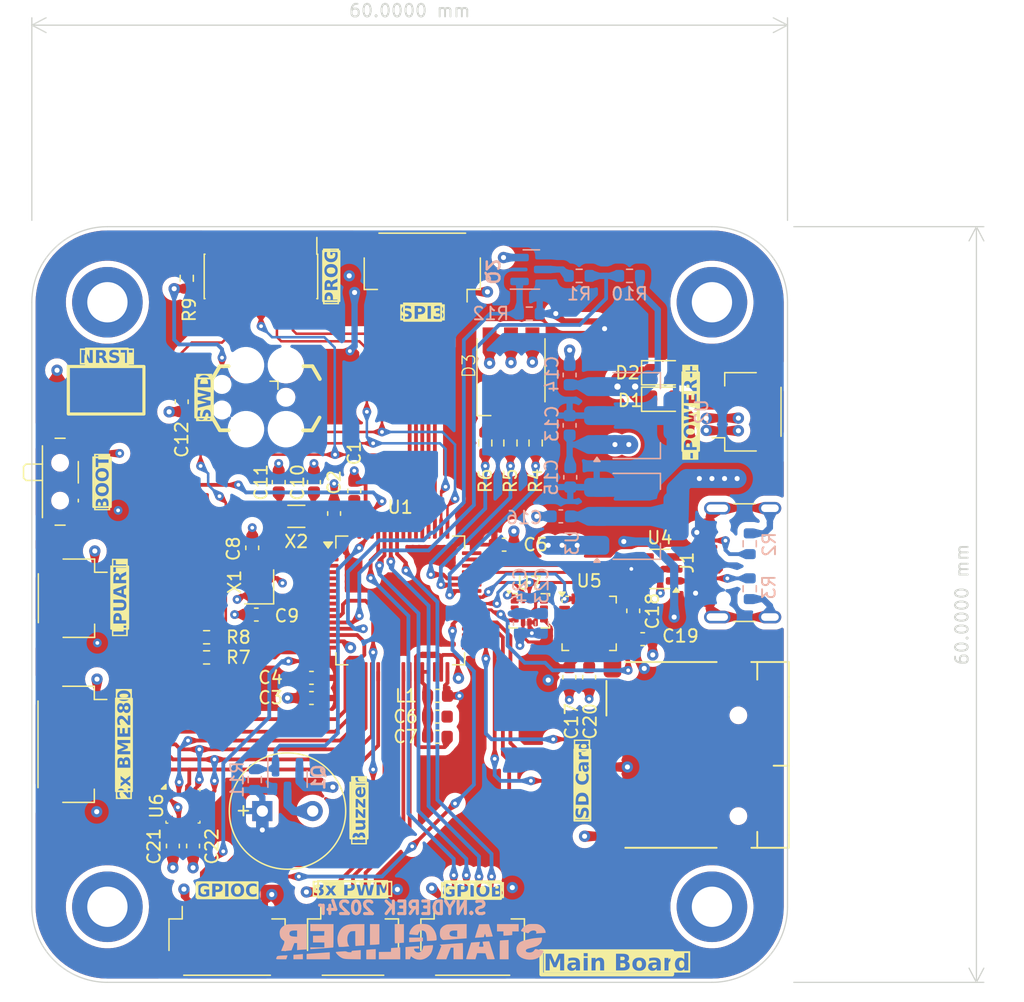
<source format=kicad_pcb>
(kicad_pcb (version 20240108) (generator "pcbnew") (generator_version "8.0")
  (layers (0 "F.Cu" signal) (1 "In1.Cu" signal) (2 "In2.Cu" signal) (31 "B.Cu" power) (34 "B.Paste" user) (35 "F.Paste" user) (36 "B.SilkS" user "B.Silkscreen") (37 "F.SilkS" user "F.Silkscreen") (38 "B.Mask" user) (39 "F.Mask" user) (44 "Edge.Cuts" user))
  (net 0 "")
  (net 1 "SPI1_CS_3")
  (net 2 "+3V3")
  (net 3 "SPI1_CLK")
  (net 4 "SPI1_CS_2")
  (net 5 "SPI1_MOSI")
  (net 6 "SPI1_MISO")
  (net 7 "GND")
  (net 8 "PWM_1")
  (net 9 "PWM_2")
  (net 10 "PWM_3")
  (net 11 "Net-(BZ1-+)")
  (net 12 "+5V")
  (net 13 "VREF+")
  (net 14 "GNDA")
  (net 15 "/HSE_IN")
  (net 16 "/HSE_OUT")
  (net 17 "/LSE_IN")
  (net 18 "/LSE_OUT")
  (net 19 "NRST")
  (net 20 "VDC")
  (net 21 "Net-(U5-CPOUT)")
  (net 22 "Net-(U5-REGOUT)")
  (net 23 "Net-(D1-A)")
  (net 24 "Net-(D2-A)")
  (net 25 "Net-(D3-RA)")
  (net 26 "PB7")
  (net 27 "PB5")
  (net 28 "PB4")
  (net 29 "PB6")
  (net 30 "PC5")
  (net 31 "PC3")
  (net 32 "PC4")
  (net 33 "PC2")
  (net 34 "PC6")
  (net 36 "Net-(J1-CC1)")
  (net 37 "Net-(J1-CC2)")
  (net 40 "SPI2_CS")
  (net 42 "SPI2_MISO")
  (net 43 "SPI2_MOSI")
  (net 44 "SPI2_CLK")
  (net 45 "Net-(LPUART1-Pin_2)")
  (net 46 "Net-(LPUART1-Pin_3)")
  (net 47 "SYS_JTDO_SWO")
  (net 48 "SYS_JTCK_SWCLK")
  (net 49 "SYS_JTMS_SWDIO")
  (net 51 "Net-(PROG2-Pin_11)")
  (net 57 "Buzzer_PWM")
  (net 58 "ADC_ON_SWITCH")
  (net 59 "Net-(Q2-D)")
  (net 60 "ADC_IN1")
  (net 61 "LED_R")
  (net 62 "LED_G")
  (net 63 "LED_B")
  (net 64 "LPUART1_RX")
  (net 65 "LPUART1_TX")
  (net 66 "SPI3_CS_1")
  (net 67 "SPI3_CLK")
  (net 68 "SPI3_MOSI")
  (net 69 "SPI3_CS_2")
  (net 70 "SPI3_MISO")
  (net 71 "BOOT0")
  (net 72 "SPI1_CS_1")
  (net 73 "I2C3_IMU_INT")
  (net 75 "USB_D+")
  (net 76 "I2C3_SDA")
  (net 77 "USB_D-")
  (net 80 "I2C3_SCL")
  (net 100 "D+")
  (net 101 "D-")
  (net 102 "Net-(D3-BA)")
  (net 103 "Net-(D3-GA)")
  (footprint "Capacitor_SMD:C_0603_1608Metric" (layer "F.Cu") (at 101 99.775 90)
    (property "Reference" "C2")
    (property "Value" "100n")
  )
  (footprint "Capacitor_SMD:C_0603_1608Metric" (layer "F.Cu") (at 94.5 102.5 -90)
    (property "Reference" "C8")
    (property "Value" "6p8")
  )
  (footprint "Capacitor_SMD:C_0603_1608Metric" (layer "F.Cu") (at 88.9 90.9 90)
    (property "Reference" "C12")
    (property "Value" "100n")
  )
  (footprint "Package_LGA:LGA-14_3x2.5mm_P0.5mm_LayoutBorder3x4y" (layer "F.Cu") (at 116.5 107.5)
    (property "Reference" "U7")
    (property "Value" "LSM6DS3")
  )
  (footprint "Connector_JST:JST_SH_SM05B-SRSS-TB_1x05-1MP_P1.00mm_Horizontal" (layer "F.Cu") (at 102.5 133.75)
    (property "Reference" "3x PWM")
    (property "Value" "Conn_01x05")
  )
  (footprint "Package_TO_SOT_SMD:SOT-23-6" (layer "F.Cu") (at 126.8625 104.175 180)
    (property "Reference" "U4")
    (property "Value" "USBLC6-2SC6")
  )
  (footprint "Diode_SMD:D_0805_2012Metric" (layer "F.Cu") (at 127.1 88.6)
    (property "Reference" "D2")
    (property "Value" "D")
  )
  (footprint "Crystal:Crystal_SMD_2016-4Pin_2.0x1.6mm" (layer "F.Cu") (at 95.05 105.6 90)
    (property "Reference" "X1")
    (property "Value" "24Mhz")
  )
  (footprint "Capacitor_SMD:C_0603_1608Metric" (layer "F.Cu") (at 124.75 107.5 90)
    (property "Reference" "C18")
    (property "Value" "2n2")
  )
  (footprint "MountingHole:MountingHole_3.2mm_M3_DIN965_Pad" (layer "F.Cu") (at 131 83)
    (property "Reference" "REF**" (hide yes))
    (property "Value" "MountingHole_3.2mm_M3_DIN965_Pad" (hide yes))
  )
  (footprint "Capacitor_SMD:C_0603_1608Metric" (layer "F.Cu") (at 119.675 112.775 90)
    (property "Reference" "C17")
    (property "Value" "100n")
  )
  (footprint "Capacitor_SMD:C_0603_1608Metric" (layer "F.Cu") (at 94.825 107.8)
    (property "Reference" "C9")
    (property "Value" "6p8")
  )
  (footprint "Buzzer_Beeper:MagneticBuzzer_PUI_AT-0927-TT-6-R" (layer "F.Cu") (at 95.3 123.4)
    (property "Reference" "Buzzer")
    (property "Value" "Buzzer")
  )
  (footprint "Button_Switch_SMD:SW_SPDT_PCM12" (layer "F.Cu") (at 79.57 97.25 -90)
    (property "Reference" "BOOT")
    (property "Value" "SW_DPDT_x2")
  )
  (footprint "Capacitor_SMD:C_0603_1608Metric" (layer "F.Cu") (at 96.6 97.3 -90)
    (property "Reference" "C11")
    (property "Value" "5p1")
  )
  (footprint "Package_LGA:Bosch_LGA-8_2.5x2.5mm_P0.65mm_ClockwisePinNumbering" (layer "F.Cu") (at 89 123)
    (property "Reference" "U6")
    (property "Value" "BME280")
  )
  (footprint "Connector:Tag-Connect_TC2030-IDC-FP_2x03_P1.27mm_Vertical" (layer "F.Cu") (at 94.635 90.54 180)
    (property "Reference" "SWD")
    (property "Value" "Conn_ARM_SWD_TagConnect_TC2030")
  )
  (footprint "Library:LED_RGB_5050-6" (layer "F.Cu") (at 115 88.56 90)
    (property "Reference" "D3")
    (property "Value" "LED_KRGB")
  )
  (footprint "Connector_JST:JST_SH_SM04B-SRSS-TB_1x04-1MP_P1.00mm_Horizontal" (layer "F.Cu") (at 80.2 106.5 -90)
    (property "Reference" "LPUART")
    (property "Value" "Conn_01x04")
  )
  (footprint "Connector_JST:JST_SH_SM07B-SRSS-TB_1x07-1MP_P1.00mm_Horizontal" (layer "F.Cu") (at 92.5 133.75)
    (property "Reference" "GPIOC")
    (property "Value" "Conn_01x07")
  )
  (footprint "Resistor_SMD:R_0603_1608Metric" (layer "F.Cu") (at 115 94.175 -90)
    (property "Reference" "R5")
    (property "Value" "510R" (hide yes))
  )
  (footprint "Resistor_SMD:R_0603_1608Metric" (layer "F.Cu") (at 90.875 111.2)
    (property "Reference" "R7")
    (property "Value" "10R")
  )
  (footprint "Crystal:Crystal_SMD_3215-2Pin_3.2x1.5mm" (layer "F.Cu") (at 98 100 180)
    (property "Reference" "X2")
    (property "Value" "32.768KHz")
  )
  (footprint "Capacitor_SMD:C_0603_1608Metric" (layer "F.Cu") (at 102.6 97.975 90)
    (property "Reference" "C1")
    (property "Value" "4u7")
  )
  (footprint "Connector_PinHeader_1.27mm:PinHeader_2x07_P1.27mm_Vertical_SMD" (layer "F.Cu") (at 95.19 80.95 -90)
    (property "Reference" "PROG")
    (property "Value" "Conn_02x07_Odd_Even")
  )
  (footprint "Capacitor_SMD:C_0603_1608Metric" (layer "F.Cu") (at 99.2 112.825 180)
    (property "Reference" "C4")
    (property "Value" "100n")
  )
  (footprint "Capacitor_SMD:C_0603_1608Metric" (layer "F.Cu") (at 99.2 114.425 180)
    (property "Reference" "C3")
    (property "Value" "100n")
  )
  (footprint "Connector_USB:USB_C_Receptacle_GCT_USB4105-xx-A_16P_TopMnt_Horizontal" (layer "F.Cu") (at 134.53 103.675 90)
    (property "Reference" "J1")
    (property "Value" "USB_C_Receptacle_USB2.0")
  )
  (footprint "Capacitor_SMD:C_0603_1608Metric" (layer "F.Cu") (at 114.5 102.25)
    (property "Reference" "C5")
    (property "Value" "100n")
  )
  (footprint "Inductor_SMD:L_0603_1608Metric" (layer "F.Cu") (at 109.2125 114.25)
    (property "Reference" "L1")
    (property "Value" "27n")
  )
  (footprint "Capacitor_SMD:C_0603_1608Metric" (layer "F.Cu") (at 99.4 97.3 -90)
    (property "Reference" "C10")
    (property "Value" "5p1")
  )
  (footprint "Connector_JST:JST_SH_SM07B-SRSS-TB_1x07-1MP_P1.00mm_Horizontal" (layer "F.Cu") (at 80.175 118.1 -90)
    (property "Reference" "2x BME280")
    (property "Value" "Conn_01x07")
  )
  (footprint "Diode_SMD:D_0805_2012Metric" (layer "F.Cu") (at 127.1 90.7)
    (property "Reference" "D1")
    (property "Value" "D")
  )
  (footprint "Button_Switch_SMD:SW_SPST_CK_RS282G05A3" (layer "F.Cu") (at 82.9 90)
    (property "Reference" "NRST")
    (property "Value" "SW_SPST")
  )
  (footprint "MountingHole:MountingHole_3.2mm_M3_DIN965_Pad" (layer "F.Cu") (at 83 131)
    (property "Reference" "REF**" (hide yes))
    (property "Value" "MountingHole_3.2mm_M3_DIN965_Pad" (hide yes))
  )
  (footprint "Connector_JST:JST_SH_SM06B-SRSS-TB_1x06-1MP_P1.00mm_Horizontal" (layer "F.Cu") (at 112 133.75)
    (property "Reference" "GPIOB")
    (property "Value" "Conn_01x06")
  )
  (footprint "Capacitor_SMD:C_0603_1608Metric" (layer "F.Cu") (at 88.2 126.175 -90)
    (property "Reference" "C21")
    (property "Value" "100n")
  )
  (footprint "MountingHole:MountingHole_3.2mm_M3_DIN965_Pad" (layer "F.Cu") (at 131 131)
    (property "Reference" "REF**" (hide yes))
    (property "Value" "MountingHole_3.2mm_M3_DIN965_Pad" (hide yes))
  )
  (footprint "Resistor_SMD:R_0603_1608Metric" (layer "F.Cu") (at 90.875 109.6)
    (property "Reference" "R8")
    (property "Value" "10R")
  )
  (footprint "Capacitor_SMD:C_0603_1608Metric" (layer "F.Cu") (at 109.2 115.9)
    (property "Reference" "C6")
    (property "Value" "100n")
  )
  (footprint "MountingHole:MountingHole_3.2mm_M3_DIN965_Pad" (layer "F.Cu") (at 82.999999 82.999999)
    (property "Reference" "REF**" (hide yes))
    (property "Value" "MountingHole_3.2mm_M3_DIN965_Pad" (hide yes))
  )
  (footprint "Library:micro_SD_card" (layer "F.Cu") (at 129.958 119.234 -90)
    (property "Reference" "J2" (hide yes))
    (property "Value" "Micro_SD_Card" (hide yes))
  )
  (footprint "NetTie:NetTie-2_SMD_Pad0.5mm" (layer "F.Cu") (at 108.5 111)
    (property "Reference" "NT1" (hide yes))
    (property "Value" "NetTie_2" (hide yes))
  )
  (footprint "Resistor_SMD:R_0603_1608Metric" (layer "F.Cu") (at 113 94.175 -90)
    (property "Reference" "R6")
    (property "Value" "510R" (hide yes))
  )
  (footprint "Capacitor_SMD:C_0603_1608Metric" (layer "F.Cu") (at 109.2 117.5)
    (property "Reference" "C7")
    (property "Value" "1u")
  )
  (footprint "Capacitor_SMD:C_0603_1608Metric" (layer "F.Cu") (at 121.25 112.775 -90)
    (property "Reference" "C20")
    (property "Value" "100n")
  )
  (footprint "Resistor_SMD:R_0603_1608Metric" (layer "F.Cu") (at 117 94.175 -90)
    (property "Reference" "R4")
    (property "Value" "510R" (hide yes))
  )
  (footprint "Capacitor_SMD:C_0603_1608Metric" (layer "F.Cu") (at 125.5 109.75)
    (property "Reference" "C19")
    (property "Value" "10n")
  )
  (footprint "Package_QFP:LQFP-64_10x10mm_P0.5mm" (layer "F.Cu") (at 106.25 106.675)
    (property "Reference" "U1")
    (property "Value" "STM32G474RETx")
  )
  (footprint "Sensor_Motion:InvenSense_QFN-24_4x4mm_P0.5mm" (layer "F.Cu") (at 121.25 108.5)
    (property "Reference" "U5")
    (property "Value" "MPU-6050")
  )
  (footprint "Resistor_SMD:R_0603_1608Metric" (layer "F.Cu") (at 89.3 81.1 90)
    (property "Reference" "R9")
    (property "Value" "100R")
  )
  (footprint "Connector_JST:JST_SH_SM07B-SRSS-TB_1x07-1MP_P1.00mm_Horizontal" (layer "F.Cu") (at 108 80.2 180)
    (property "Reference" "SPI3")
    (property "Value" "Conn_01x07")
  )
  (footprint "Connector_JST:JST_SH_SM04B-SRSS-TB_1x04-1MP_P1.00mm_Horizontal" (layer "F.Cu") (at 133.8 91.7 90)
    (property "Reference" "-POWER+")
    (property "Value" "Conn_01x04")
  )
  (footprint "Capacitor_SMD:C_0603_1608Metric" (layer "F.Cu") (at 89.8 126.175 90)
    (property "Reference" "C22")
    (property "Value" "100n")
  )
  (footprint "Resistor_SMD:R_0603_1608Metric" (layer "B.Cu") (at 134 102.175 90)
    (property "Reference" "R2")
    (property "Value" "5k1")
  )
  (footprint "Capacitor_SMD:C_0603_1608Metric" (layer "B.Cu") (at 115.75 108.5 90)
    (property "Reference" "C24")
    (property "Value" "100n")
  )
  (footprint "Capacitor_SMD:C_0603_1608Metric" (layer "B.Cu") (at 119.7 92.775 -90)
    (property "Reference" "C13")
    (property "Value" "10u")
  )
  (footprint "Package_TO_SOT_SMD:SOT-223-3_TabPin2" (layer "B.Cu") (at 125 92)
    (property "Reference" "U2")
    (property "Value" "AMS1117-5.0")
  )
  (footprint "Package_TO_SOT_SMD:SOT-223-3_TabPin2" (layer "B.Cu") (at 125 100)
    (property "Reference" "U3")
    (property "Value" "AMS1117-3.3")
  )
  (footprint "Capacitor_SMD:C_0603_1608Metric" (layer "B.Cu") (at 119 100 180)
    (property "Reference" "C16")
    (property "Value" "10u")
  )
  (footprint "Capacitor_SMD:C_0603_1608Metric" (layer "B.Cu") (at 119.75 96.9 90)
    (property "Reference" "C15")
    (property "Value" "10u")
  )
  (footprint "Library:PUOLOP 2N7002-SOT23" (layer "B.Cu") (at 97.222 120.7205 -90)
    (property "Reference" "Q1")
    (property "Value" "NMOS")
  )
  (footprint "Capacitor_SMD:C_0603_1608Metric" (layer "B.Cu") (at 117.5 108.5 -90)
    (property "Reference" "C23")
    (property "Value" "100n")
  )
  (footprint "Capacitor_SMD:C_0603_1608Metric" (layer "B.Cu") (at 119.7 88.775 90)
    (property "Reference" "C14")
    (property "Value" "10u")
  )
  (footprint "Resistor_SMD:R_0603_1608Metric" (layer "B.Cu") (at 124.458 80.906)
    (property "Reference" "R10")
    (property "Value" "330K")
  )
  (footprint "LOGO" (layer "B.Cu") (at 107.175 134.125 180)
    (property "Reference" "G***" (hide yes))
    (property "Value" "LOGO" (hide yes))
  )
  (footprint "Resistor_SMD:R_0603_1608Metric" (layer "B.Cu") (at 94.7 120.9 90)
    (property "Reference" "R11")
    (property "Value" "47K")
  )
  (footprint "Resistor_SMD:R_0603_1608Metric" (layer "B.Cu") (at 116.5 83.906 180)
    (property "Reference" "R12")
    (property "Value" "47K")
  )
  (footprint "Resistor_SMD:R_0603_1608Metric" (layer "B.Cu") (at 134 105.745 -90)
    (property "Reference" "R3")
    (property "Value" "5k1")
  )
  (footprint "Resistor_SMD:R_0603_1608Metric" (layer "B.Cu") (at 120.458 80.906)
    (property "Reference" "R1")
    (property "Value" "200K")
  )
  (footprint "Library:PUOLOP 2N7002-SOT23" (layer "B.Cu") (at 116.5205 80.478)
    (property "Reference" "Q2")
    (property "Value" "NMOS")
  )
  (gr_line (start 91.922783 88.075) (end 92.625 88.075) (stroke (width 0.3)) (layer "F.SilkS"))
  (gr_rect (start 117.45 134.525) (end 127.85 136.375) (stroke (width 0.3)) (fill none) (layer "F.SilkS"))
  (gr_line (start 99.251108 93.175) (end 98.548891 93.175) (stroke (width 0.3)) (layer "F.SilkS"))
  (gr_line (start 99.275 88.075) (end 98.572783 88.075) (stroke (width 0.3)) (layer "F.SilkS"))
  (gr_rect (start 99.725 128.95) (end 105.225 130.275) (stroke (width 0.15)) (fill none) (layer "F.SilkS"))
  (gr_line (start 99.86835 89.095567) (end 99.283066 88.081826) (stroke (width 0.3)) (layer "F.SilkS"))
  (gr_rect (start 83.675 114.475) (end 84.95 121.825) (stroke (width 0.15)) (fill none) (layer "F.SilkS"))
  (gr_rect (start 79.9 88.1) (end 85.9 91.875) (stroke (width 0.25)) (fill none) (layer "F.SilkS"))
  (gr_rect (start 83.3 103.975) (end 84.65 108.925) (stroke (width 0.15)) (fill none) (layer "F.SilkS"))
  (gr_rect (start 120.075 118.5375) (end 121.35 124.1625) (stroke (width 0.15)) (fill none) (layer "F.SilkS"))
  (gr_line (start 91.925708 93.163697) (end 92.627925 93.163697) (stroke (width 0.3)) (layer "F.SilkS"))
  (gr_rect (start 81.3 86.675) (end 84.625 87.975) (stroke (width 0.15)) (fill none) (layer "F.SilkS"))
  (gr_line (start 91.332358 92.14313) (end 91.917642 93.156871) (stroke (width 0.3)) (layer "F.SilkS"))
  (gr_rect (start 109.8 128.975) (end 114.25 130.375) (stroke (width 0.15)) (fill none) (layer "F.SilkS"))
  (gr_rect (start 90.15 129.05) (end 94.925 130.325) (stroke (width 0.15)) (fill none) (layer "F.SilkS"))
  (gr_rect (start 128.65 88.575) (end 129.975 94.8) (stroke (width 0.15)) (fill none) (layer "F.SilkS"))
  (gr_line (start 91.329433 89.095567) (end 91.914717 88.081826) (stroke (width 0.3)) (layer "F.SilkS"))
  (gr_rect (start 89.975 89.05) (end 91.375 92.15) (stroke (width 0.15)) (fill none) (layer "F.SilkS"))
  (gr_rect (start 100.125 78.9375) (end 101.425 82.9125) (stroke (width 0.15)) (fill none) (layer "F.SilkS"))
  (gr_rect (start 102.2875 121.15) (end 103.6625 125.575) (stroke (width 0.15)) (fill none) (layer "F.SilkS"))
  (gr_line (start 99.844458 92.154433) (end 99.259174 93.168174) (stroke (width 0.3)) (layer "F.SilkS"))
  (gr_rect (start 81.875 95.3125) (end 83.275 99.2625) (stroke (width 0.15)) (fill none) (layer "F.SilkS"))
  (gr_rect (start 106.55 83.1) (end 109.5 84.475) (stroke (width 0.15)) (fill none) (layer "F.SilkS"))
  (gr_arc (start 83 137) (mid 78.757359 135.242641) (end 77 131) (stroke (width 0.1)) (layer "Edge.Cuts"))
  (gr_arc (start 137 131) (mid 135.242641 135.242641) (end 131 137) (stroke (width 0.1)) (layer "Edge.Cuts"))
  (gr_line (start 77 131) (end 77 83) (stroke (width 0.1)) (layer "Edge.Cuts"))
  (gr_line (start 83 77) (end 131 77) (stroke (width 0.1)) (layer "Edge.Cuts"))
  (gr_arc (start 131 77) (mid 135.242641 78.757359) (end 137 83) (stroke (width 0.1)) (layer "Edge.Cuts"))
  (gr_line (start 137 83) (end 137 131) (stroke (width 0.1)) (layer "Edge.Cuts"))
  (gr_arc (start 77 83) (mid 78.757359 78.757359) (end 83 77) (stroke (width 0.1)) (layer "Edge.Cuts"))
  (gr_line (start 131 137) (end 83 137) (stroke (width 0.1)) (layer "Edge.Cuts"))
  (gr_text "S.NYDEREK 2024r" (at 113.25 131.675 0) (layer "B.SilkS") (effects (font (size 1 1) (thickness 0.25) (bold yes)) (justify left bottom mirror)))
  (gr_text "Main Board" (at 117.625 136.275 0) (layer "F.SilkS" knockout) (effects (font (size 1.3 1.3) (thickness 0.2) (bold yes)) (justify left bottom)))
  (gr_text "SD Card" (at 121.375 124.0375 90) (layer "F.SilkS" knockout) (effects (font (size 1 1) (thickness 0.2) (bold yes)) (justify left bottom)))
  (dimension (type aligned) (layer "Edge.Cuts") (pts (xy 77 77) (xy 137 77)) (height -16) (gr_text "60,0000 mm" (at 107 59.85 0) (layer "Edge.Cuts") (effects (font (size 1 1) (thickness 0.15)))) (format (prefix "") (suffix "") (units 3) (units_format 1) (precision 4)) (style (thickness 0.1) (arrow_length 1.27) (text_position_mode 0) (extension_height 0.58642) (extension_offset 0.5) keep_text_aligned))
  (dimension (type aligned) (layer "Edge.Cuts") (pts (xy 137 77) (xy 137 137)) (height -15) (gr_text "60,0000 mm" (at 150.85 107 90) (layer "Edge.Cuts") (effects (font (size 1 1) (thickness 0.15)))) (format (prefix "") (suffix "") (units 3) (units_format 1) (precision 4)) (style (thickness 0.1) (arrow_length 1.27) (text_position_mode 0) (extension_height 0.58642) (extension_offset 0.5) keep_text_aligned))
  (segment (start 102.24688 111.225) (end 101.9 111.57188) (width 0.3) (layer "F.Cu") (net 1))
  (segment (start 103.4 109.98995) (end 103.4 111) (width 0.3) (layer "F.Cu") (net 1))
  (segment (start 102.83505 109.425) (end 103.4 109.98995) (width 0.3) (layer "F.Cu") (net 1))
  (segment (start 101.2 116.1) (end 82.175 116.1) (width 0.3) (layer "F.Cu") (net 1))
  (segment (start 100.575 109.425) (end 102.83505 109.425) (width 0.3) (layer "F.Cu") (net 1))
  (segment (start 103.175 111.225) (end 102.24688 111.225) (width 0.3) (layer "F.Cu") (net 1))
  (segment (start 101.9 115.4) (end 101.2 116.1) (width 0.3) (layer "F.Cu") (net 1))
  (segment (start 103.4 111) (end 103.175 111.225) (width 0.3) (layer "F.Cu") (net 1))
  (segment (start 101.9 111.57188) (end 101.9 115.4) (width 0.3) (layer "F.Cu") (net 1))
  (segment (start 109.8 113.6) (end 109.7875 113.6125) (width 0.3) (layer "F.Cu") (net 2))
  (segment (start 99.3 88.9) (end 98.6 89.6) (width 0.2) (layer "F.Cu") (net 2))
  (segment (start 102.5 101) (end 102.5 99.8) (width 0.3) (layer "F.Cu") (net 2))
  (segment (start 114.5 130.125) (end 114.5 131.75) (width 0.5) (layer "F.Cu") (net 2))
  (segment (start 122.6 119.9) (end 124.2875 119.9) (width 0.7) (layer "F.Cu") (net 2))
  (segment (start 120.5 111.175) (end 119.675 112) (width 0.3) (layer "F.Cu") (net 2))
  (segment (start 115.728718 107.75) (end 116 108.021282) (width 0.24) (layer "F.Cu") (net 2))
  (segment (start 118.5 110.25) (end 118.225 109.975) (width 0.3) (layer "F.Cu") (net 2))
  (segment (start 83.85 99.525) (end 83.825 99.5) (width 0.5) (layer "F.Cu") (net 2))
  (segment (start 99.975 114.425) (end 99.975 112.825) (width 0.65) (layer "F.Cu") (net 2))
  (segment (start 115.3375 107.75) (end 115.728718 107.75) (width 0.24) (layer "F.Cu") (net 2))
  (segment (start 105.05 129.6) (end 106 129.6) (width 0.5) (layer "F.Cu") (net 2))
  (segment (start 98.6 89.6) (end 96.586575 89.6) (width 0.2) (layer "F.Cu") (net 2))
  (segment (start 116 108.4125) (end 116 109.552476) (width 0.24) (layer "F.Cu") (net 2))
  (segment (start 118.5 111.5) (end 118.5 110.25) (width 0.3) (layer "F.Cu") (net 2))
  (segment (start 102.25 86.875) (end 99.825 86.875) (width 0.2) (layer "F.Cu") (net 2))
  (segment (start 109.8 113.42812) (end 109.8 113.6) (width 0.3) (layer "F.Cu") (net 2))
  (segment (start 116.241282 107.78) (end 116 108.021282) (width 0.24) (layer "F.Cu") (net 2))
  (segment (start 100.575 101.925) (end 100.575 102.925) (width 0.3) (layer "F.Cu") (net 2))
  (segment (start 125.625 112.075) (end 124.85 111.3) (width 0.3) (layer "F.Cu") (net 2))
  (segment (start 83.825 99.5) (end 81 99.5) (width 0.5) (layer "F.Cu") (net 2))
  (segment (start 99.975 111.775) (end 99.975 112.825) (width 0.3) (layer "F.Cu") (net 2))
  (segment (start 109.7875 113.6125) (end 109.7875 114.25) (width 0.3) (layer "F.Cu") (net 2))
  (segment (start 106.025 129.625) (end 106.05 129.6) (width 0.5) (layer "F.Cu") (net 2))
  (segment (start 119 112) (end 118 113) (width 0.5) (layer "F.Cu") (net 2))
  (segment (start 89.325 124.025) (end 89.325 124.375) (width 0.3) (layer "F.Cu") (net 2))
  (segment (start 119.675 112) (end 119 112) (width 0.5) (layer "F.Cu") (net 2))
  (segment (start 102.65 82.2) (end 102.625 82.225) (width 0.5) (layer "F.Cu") (net 2))
  (segment (start 118.225 109.975) (end 117.5 109.975) (width 0.3) (layer "F.Cu") (net 2))
  (segment (start 104.5 130.15) (end 104.975 129.675) (width 0.5) (layer "F.Cu") (net 2))
  (segment (start 116.42 109.972476) (end 116.42 109.975) (width 0.24) (layer "F.Cu") (net 2))
  (segment (start 88.025 124.025) (end 88.025 124.625) (width 0.3) (layer "F.Cu") (net 2))
  (segment (start 117 106.5875) (end 117 107.260641) (width 0.24) (layer "F.Cu") (net 2))
  (segment (start 96.586575 89.6) (end 96.486575 89.5) (width 0.2) (layer "F.Cu") (net 2))
  (segment (start 116 109.552476) (end 116.42 109.972476) (width 0.24) (layer "F.Cu") (net 2))
  (segment (start 88.2 124.8) (end 88.2 125.4) (width 0.3) (layer "F.Cu") (net 2))
  (segment (start 101 101.5) (end 100.575 101.925) (width 0.3) (layer "F.Cu") (net 2))
  (segment (start 116.42 109.975) (end 117.5 109.975) (width 0.24) (layer "F.Cu") (net 2))
  (segment (start 88.025 124.625) (end 88.2 124.8) (width 0.3) (layer "F.Cu") (net 2))
  (segment (start 101.45 101) (end 101 100.55) (width 0.3) (layer "F.Cu") (net 2))
  (segment (start 99.825 86.875) (end 99.3 87.4) (width 0.2) (layer "F.Cu") (net 2))
  (segment (start 100.575 110.425) (end 100.575 111.175) (width 0.3) (layer "F.Cu") (net 2))
  (segment (start 96.05 130.025) (end 95.5 130.575) (width 0.5) (layer "F.Cu") (net 2))
  (segment (start 102.5 99.8) (end 102.6 99.7) (width 0.3) (layer "F.Cu") (net 2))
  (segment (start 96.31 89.5) (end 95.905 89.905) (width 0.2) (layer "F.Cu") (net 2))
  (segment (start 115.3375 107.25) (end 115.3375 107.75) (width 0.24) (layer "F.Cu") (net 2))
  (segment (start 106 129.6) (end 106.025 129.625) (width 0.5) (layer "F.Cu") (net 2))
  (segment (start 117.6625 108.25) (end 118.225 108.8125) (width 0.24) (layer "F.Cu") (net 2))
  (segment (start 117 107.260641) (end 116.480641 107.78) (width 0.24) (layer "F.Cu") (net 2))
  (segment (start 110.95 114.25) (end 110 114.25) (width 0.5) (layer "F.Cu") (net 2))
  (segment (start 101 100.55) (end 101 101.5) (width 0.3) (layer "F.Cu") (net 2))
  (segment (start 89.8 124.85) (end 89.8 125.4) (width 0.3) (layer "F.Cu") (net 2))
  (segment (start 113.725 102.25) (end 112.25 102.25) (width 0.3) (layer "F.Cu") (net 2))
  (segment (start 104.5 131.75) (end 104.5 130.15) (width 0.5) (layer "F.Cu") (net 2))
  (segment (start 120.5 110.45) (end 120.5 111.175) (width 0.3) (layer "F.Cu") (net 2))
  (segment (start 96.486575 89.5) (end 96.31 89.5) (width 0.2) (layer "F.Cu") (net 2))
  (segment (start 89.325 124.375) (end 89.8 124.85) (width 0.3) (layer "F.Cu") (net 2))
  (segment (start 97.73 79) (end 97.73 80.7) (width 0.5) (layer "F.Cu") (net 2))
  (segment (start 110 113.22812) (end 109.8 113.42812) (width 0.3) (layer "F.Cu") (net 2))
  (segment (start 97.93 80.9) (end 102.2 80.9) (width 0.5) (layer "F.Cu") (net 2))
  (segment (start 111.925 102.575) (end 111.925 102.925) (width 0.3) (layer "F.Cu") (net 2))
  (segment (start 104.975 129.675) (end 105.05 129.6) (width 0.5) (layer "F.Cu") (net 2))
  (segment (start 82.175 123.425) (end 82.175 121.1) (width 0.5) (layer "F.Cu") (net 2))
  (segment (start 112.25 102.25) (end 111.925 102.575) (width 0.3) (layer "F.Cu") (net 2))
  (segment (start 119 112) (end 118.5 111.5) (width 0.3) (layer "F.Cu") (net 2))
  (segment (start 97.73 80.7) (end 97.93 80.9) (width 0.5) (layer "F.Cu") (net 2))
  (segment (start 99.3 87.4) (end 99.3 88.9) (width 0.2) (layer "F.Cu") (net 2))
  (segment (start 124.725 109.75) (end 123.2 109.75) (width 0.3) (layer "F.Cu") (net 2))
  (segment (start 105 82.2) (end 102.65 82.2) (width 0.5) (layer "F.Cu") (net 2))
  (segment (start 102.5 101) (end 101.45 101) (width 0.3) (layer "F.Cu") (net 2))
  (segment (start 116 108.021282) (end 116 108.4125) (width 0.24) (layer "F.Cu") (net 2))
  (segment (start 116.480641 107.78) (end 116.241282 107.78) (width 0.24) (layer "F.Cu") (net 2))
  (segment (start 118.225 108.8125) (end 118.225 109.975) (width 0.24) (layer "F.Cu") (net 2))
  (segment (start 115.15 129.475) (end 114.5 130.125) (width 0.5) (layer "F.Cu") (net 2))
  (segment (start 95.5 130.575) (end 95.5 131.75) (width 0.5) (layer "F.Cu") (net 2))
  (segment (start 82.2 110.05) (end 82.2 108) (width 0.5) (layer "F.Cu") (net 2))
  (segment (start 110 112.35) (end 110 113.22812) (width 0.3) (layer "F.Cu") (net 2))
  (segment (start 102.6 99.7) (end 102.6 98.75) (width 0.3) (layer "F.Cu") (net 2))
  (segment (start 124.85 111.3) (end 124.85 109.875) (width 0.3) (layer "F.Cu") (net 2))
  (segment (start 82.15 123.45) (end 82.175 123.425) (width 0.5) (layer "F.Cu") (net 2))
  (segment (start 100.575 111.175) (end 99.975 111.775) (width 0.3) (layer "F.Cu") (net 2))
  (via (at 128 108) (size 0.9) (drill 0.4) (layers "F.Cu" "B.Cu") (net 2))
  (via (at 110.95 114.25) (size 0.7) (drill 0.3) (layers "F.Cu" "B.Cu") (net 2))
  (via (at 133 97) (size 0.9) (drill 0.4) (layers "F.Cu" "B.Cu") (net 2))
  (via (at 102.625 82.225) (size 0.9) (drill 0.4) (layers "F.Cu" "B.Cu") (net 2))
  (via (at 125.625 112.075) (size 0.9) (drill 0.4) (layers "F.Cu" "B.Cu") (net 2))
  (via (at 124.2875 119.9) (size 0.9) (drill 0.4) (layers "F.Cu" "B.Cu") (net 2))
  (via (at 82.2 110.05) (size 0.7) (drill 0.3) (layers "F.Cu" "B.Cu") (net 2))
  (via (at 96.05 130.025) (size 0.9) (drill 0.4) (layers "F.Cu" "B.Cu") (net 2))
  (via (at 106.025 129.625) (size 0.9) (drill 0.4) (layers "F.Cu" "B.Cu") (net 2))
  (via (at 102.2 80.9) (size 0.9) (drill 0.4) (layers "F.Cu" "B.Cu") (net 2))
  (via (at 82.15 123.45) (size 0.9) (drill 0.4) (layers "F.Cu" "B.Cu") (net 2))
  (via (at 131 97) (size 0.9) (drill 0.4) (layers "F.Cu" "B.Cu") (net 2))
  (via (at 132 97) (size 0.9) (drill 0.4) (layers "F.Cu" "B.Cu") (net 2))
  (via (at 130 97) (size 0.9) (drill 0.4) (layers "F.Cu" "B.Cu") (net 2))
  (via (at 118 113) (size 0.9) (drill 0.4) (layers "F.Cu" "B.Cu") (net 2))
  (via (at 115.15 129.475) (size 0.9) (drill 0.4) (layers "F.Cu" "B.Cu") (net 2))
  (via (at 124 102) (size 0.9) (drill 0.4) (layers "F.Cu" "B.Cu") (net 2))
  (via (at 102.25 86.875) (size 0.7) (drill 0.3) (layers "F.Cu" "B.Cu") (net 2))
  (via (at 83.85 99.525) (size 0.7) (drill 0.3) (layers "F.Cu" "B.Cu") (net 2))
  (segment (start 102.625 82.225) (end 102.625 86.5) (width 0.5) (layer "B.Cu") (net 2))
  (segment (start 121.85 100) (end 119.875 100) (width 0.5) (layer "B.Cu") (net 2))
  (segment (start 132 97) (end 133 97) (width 1.5) (layer "B.Cu") (net 2))
  (segment (start 128.15 100) (end 121.85 100) (width 1.5) (layer "B.Cu") (net 2))
  (segment (start 128.15 100) (end 128.15 97.85) (width 1.5) (layer "B.Cu") (net 2))
  (segment (start 128.15 97.85) (end 129 97) (width 1.5) (layer "B.Cu") (net 2))
  (segment (start 128 108) (end 128 104) (width 0.65) (layer "B.Cu") (net 2))
  (segment (start 117.5 107.725) (end 115.75 107.725) (width 0.5) (layer "B.Cu") (net 2))
  (segment (start 131 97) (end 132 97) (width 1.5) (layer "B.Cu") (net 2))
  (segment (start 115.75 107.725) (end 115.025 107.725) (width 0.5) (layer "B.Cu") (net 2))
  (segment (start 102.625 86.5) (end 102.25 86.875) (width 0.5) (layer "B.Cu") (net 2))
  (segment (start 126 102) (end 124 102) (width 0.65) (layer "B.Cu") (net 2))
  (segment (start 130 97) (end 131 97) (width 1.5) (layer "B.Cu") (net 2))
  (segment (start 128 104) (end 126 102) (width 0.65) (layer "B.Cu") (net 2))
  (segment (start 129 97) (end 130 97) (width 1.5) (layer "B.Cu") (net 2))
  (segment (start 89.975 121.625) (end 90.3 121.3) (width 0.3) (layer "F.Cu") (net 3))
  (segment (start 103.5 116.8) (end 103.5 112.35) (width 0.3) (layer "F.Cu") (net 3))
  (segment (start 90.3 118.5) (end 88.8 118.5) (width 0.3) (layer "F.Cu") (net 3))
  (segment (start 90.3 121.3) (end 90.3 120.9) (width 0.3) (layer "F.Cu") (net 3))
  (segment (start 88.4 118.1) (end 82.175 118.1) (width 0.3) (layer "F.Cu") (net 3))
  (segment (start 101.8 118.5) (end 103.5 116.8) (width 0.3) (layer "F.Cu") (net 3))
  (segment (start 88.8 118.5) (end 88.4 118.1) (width 0.3) (layer "F.Cu") (net 3))
  (segment (start 90.3 118.5) (end 101.8 118.5) (width 0.3) (layer "F.Cu") (net 3))
  (segment (start 89.975 121.975) (end 89.975 121.625) (width 0.3) (layer "F.Cu") (net 3))
  (via (at 90.3 120.9) (size 0.7) (drill 0.3) (layers "F.Cu" "B.Cu") (net 3))
  (via (at 90.3 118.5) (size 0.7) (drill 0.3) (layers "F.Cu" "B.Cu") (net 3))
  (segment (start 90.3 120.9) (end 90.3 118.5) (width 0.3) (layer "B.Cu") (net 3))
  (segment (start 101.1 117.1) (end 82.175 117.1) (width 0.3) (layer "F.Cu") (net 4))
  (segment (start 102.5 112.35) (end 102.5 115.7) (width 0.3) (layer "F.Cu") (net 4))
  (segment (start 102.5 115.7) (end 101.1 117.1) (width 0.3) (layer "F.Cu") (net 4))
  (segment (start 89.325 121.425) (end 89.5 121.25) (width 0.3) (layer "F.Cu") (net 5))
  (segment (start 104.5 112.35) (end 104.5 118.2) (width 0.3) (layer "F.Cu") (net 5))
  (segment (start 104.5 118.2) (end 102.6 120.1) (width 0.3) (layer "F.Cu") (net 5))
  (segment (start 89.5 120.1) (end 82.175 120.1) (width 0.3) (layer "F.Cu") (net 5))
  (segment (start 89.325 121.975) (end 89.325 121.425) (width 0.3) (layer "F.Cu") (net 5))
  (segment (start 102.6 120.1) (end 89.5 120.1) (width 0.3) (layer "F.Cu") (net 5))
  (segment (start 89.5 121.25) (end 89.5 120.1) (width 0.3) (layer "F.Cu") (net 5))
  (segment (start 89.975 123.325) (end 89.975 124.025) (width 0.3) (layer "F.Cu") (net 6))
  (segment (start 91.5 119.3) (end 88.2 119.3) (width 0.3) (layer "F.Cu") (net 6))
  (segment (start 88.2 119.3) (end 88 119.1) (width 0.3) (layer "F.Cu") (net 6))
  (segment (start 104 117.403554) (end 104 112.35) (width 0.3) (layer "F.Cu") (net 6))
  (segment (start 88 119.1) (end 82.175 119.1) (width 0.3) (layer "F.Cu") (net 6))
  (segment (start 91.5 121.8) (end 89.975 123.325) (width 0.3) (layer "F.Cu") (net 6))
  (segment (start 91.5 119.3) (end 102.103554 119.3) (width 0.3) (layer "F.Cu") (net 6))
  (segment (start 91.5 121) (end 91.5 121.8) (width 0.3) (layer "F.Cu") (net 6))
  (segment (start 102.103554 119.3) (end 104 117.403554) (width 0.3) (layer "F.Cu") (net 6))
  (via (at 91.5 119.3) (size 0.7) (drill 0.3) (layers "F.Cu" "B.Cu") (net 6))
  (via (at 91.5 121) (size 0.7) (drill 0.3) (layers "F.Cu" "B.Cu") (net 6))
  (segment (start 91.5 121) (end 91.5 119.3) (width 0.3) (layer "B.Cu") (net 6))
  (segment (start 97.3 114.425) (end 97.25 114.425) (width 0.65) (layer "F.Cu") (net 7))
  (segment (start 95.19 80.39) (end 95.19 79) (width 0.5) (layer "F.Cu") (net 7))
  (segment (start 131.8 92.2) (end 130.575 92.2) (width 0.65) (layer "F.Cu") (net 7))
  (segment (start 130.575 93.2) (end 131.8 93.2) (width 0.65) (layer "F.Cu") (net 7))
  (segment (start 89.8 126.95) (end 89.8 127.9) (width 0.5) (layer "F.Cu") (net 7))
  (segment (start 95.6 80.8) (end 95.45 80.65) (width 0.5) (layer "F.Cu") (net 7))
  (segment (start 88.025 122.525) (end 88.6 123.1) (width 0.3) (layer "F.Cu") (net 7))
  (segment (start 94.5 101.725) (end 94.5 100.9) (width 0.3) (layer "F.Cu") (net 7))
  (segment (start 127.125 104.175) (end 128 104.175) (width 0.5) (layer "F.Cu") (net 7))
  (segment (start 82.175 112.925) (end 82.175 114.075) (width 0.5) (layer "F.Cu") (net 7))
  (segment (start 109.646447 111) (end 109.5 111.146447) (width 0.3) (layer "F.Cu") (net 7))
  (segment (start 115.25 106.25) (end 115.3375 106.3375) (width 0.24) (layer "F.Cu") (net 7))
  (segment (start 130.7515 100.475) (end 130.7515 100.0285) (width 0.5) (layer "F.Cu") (net 7))
  (segment (start 88.6 123.1) (end 88.675 123.175) (width 0.3) (layer "F.Cu") (net 7))
  (segment (start 108.75 129.525) (end 109.5 130.275) (width 0.5) (layer "F.Cu") (net 7))
  (segment (start 115.3375 106.3375) (end 115.3375 106.75) (width 0.24) (layer "F.Cu") (net 7))
  (segment (start 126.8875 104.4125) (end 127.125 104.175) (width 0.5) (layer "F.Cu") (net 7))
  (segment (start 96.46 80.54) (end 96.46 79) (width 0.5) (layer "F.Cu") (net 7))
  (segment (start 95.45 80.65) (end 95.19 80.39) (width 0.5) (layer "F.Cu") (net 7))
  (segment (start 87.9 91.7) (end 87.875 91.675) (width 0.5) (layer "F.Cu") (net 7))
  (segment (start 109 111) (end 109.353553 111) (width 0.3) (layer "F.Cu") (net 7))
  (segment (start 92.1 87.4) (end 92.1 88.288425) (width 0.2) (layer "F.Cu") (net 7))
  (segment (start 119.675 114.575) (end 119.675 113.55) (width 0.5) (layer "F.Cu") (net 7))
  (segment (start 89.075 129.6) (end 89.075 130.15) (width 0.5) (layer "F.Cu") (net 7))
  (segment (start 98.8 129.825) (end 100.075 129.825) (width 0.5) (layer "F.Cu") (net 7))
  (segment (start 131.8 92.2) (end 133.1 92.2) (width 0.65) (layer "F.Cu") (net 7))
  (segment (start 82 102.75) (end 82 105) (width 0.5) (layer "F.Cu") (net 7))
  (segment (start 123.72812 107.25) (end 124.75 108.27188) (width 0.3) (layer "F.Cu") (net 7))
  (segment (start 96.2 80.8) (end 96.46 80.54) (width 0.5) (layer "F.Cu") (net 7))
  (segment (start 102.3 110.425) (end 101.8 109.925) (width 0.3) (layer "F.Cu") (net 7))
  (segment (start 130.55 93.175) (end 130.575 93.2) (width 0.65) (layer "F.Cu") (net 7))
  (segment (start 96.6 96.525) (end 96.6 95.8) (width 0.5) (layer "F.Cu") (net 7))
  (segment (start 102.3 110.425) (end 102.225 110.35) (width 0.3) (layer "F.Cu") (net 7))
  (segment (start 79 90) (end 79 88.4) (width 0.5) (layer "F.Cu") (net 7))
  (segment (start 113.344 86) (end 115.044 86) (width 0.5) (layer "F.Cu") (net 7))
  (segment (start 123.2 107.25) (end 123.72812 107.25) (width 0.3) (layer "F.Cu") (net 7))
  (segment (start 130.7515 106.875) (end 130.7515 107.3215) (width 0.5) (layer "F.Cu") (net 7))
  (segment (start 113.344 87.844) (end 113.344 86) (width 0.5) (layer "F.Cu") (net 7))
  (segment (start 88.2 126.95) (end 88.2 127.9) (width 0.5) (layer "F.Cu") (net 7))
  (segment (start 109.353553 111) (end 109.5 111.146447) (width 0.3) (layer "F.Cu") (net 7))
  (segment (start 114.75 106.25) (end 115.25 106.25) (width 0.24) (layer "F.Cu") (net 7))
  (segment (start 116.744 87.756) (end 116.744 86) (width 0.5) (layer "F.Cu") (net 7))
  (segment (start 126.275 108.675) (end 125.875 108.275) (width 0.5) (layer "F.Cu") (net 7))
  (segment (start 101 97.4) (end 101 99) (width 0.5) (layer "F.Cu") (net 7))
  (segment (start 114.85 103.425) (end 115.275 103) (width 0.3) (layer "F.Cu") (net 7))
  (segment (start 95.6 104.9) (end 96.5 104.9) (width 0.3) (layer "F.Cu") (net 7))
  (segment (start 130.575 92.2) (end 130.55 92.225) (width 0.65) (layer "F.Cu") (net 7))
  (segment (start 96.2 80.8) (end 95.6 80.8) (width 0.5) (layer "F.Cu") (net 7))
  (segment (start 97.3 114.425) (end 98.425 114.425) (width 0.65) (layer "F.Cu") (net 7))
  (segment (start 111 82.2) (end 113.15 82.2) (width 0.5) (layer "F.Cu") (net 7))
  (segment (start 126.275 109.75) (end 126.275 110.975) (width 0.5) (layer "F.Cu") (net 7))
  (segment (start 121.25 113.55) (end 119.675 113.55) (width 0.5) (layer "F.Cu") (net 7))
  (segment (start 103 101) (end 103 100.007107) (width 0.3) (layer "F.Cu") (net 7))
  (segment (start 116.5 108.4125) (end 117 108.4125) (width 0.24) (layer "F.Cu") (net 7))
  (segment (start 110.525 111) (end 109.646447 111) (width 0.3) (layer "F.Cu") (net 7))
  (segment (start 135.605 99.355) (end 131.425 99.355) (width 0.5) (layer "F.Cu") (net 7))
  (segment (start 103.5 99.507107) (end 103.5 97.5) (width 0.3) (layer "F.Cu") (net 7))
  (segment (start 126.3 111) (end 126.275 111.025) (width 0.5) (layer "F.Cu") (net 7))
  (segment (start 98.425 114.425) (end 98.425 112.825) (width 0.65) (layer "F.Cu") (net 7))
  (segment (start 116.5 109.075) (end 116.5 108.4125) (width 0.24) (layer "F.Cu") (net 7))
  (segment (start 124.75 108.27188) (end 124.75 108.275) (width 0.3) (layer "F.Cu") (net 7))
  (segment (start 110.825 111.3) (end 110.525 111) (width 0.3) (layer "F.Cu") (net 7))
  (segment (start 89.3 81.925) (end 89.925 81.3) (width 0.3) (layer "F.Cu") (net 7))
  (segment (start 126.275 109.75) (end 126.275 108.675) (width 0.5) (layer "F.Cu") (net 7))
  (segment (start 115.044 87.794) (end 115.044 86) (width 0.5) (layer "F.Cu") (net 7))
  (segment (start 116.7 109.275) (end 116.5 109.075) (width 0.24) (layer "F.Cu") (net 7))
  (segment (start 93.6 106.3) (end 93.3 106.6) (width 0.3) (layer "F.Cu") (net 7))
  (segment (start 99.4 96.525) (end 99.4 95.8) (width 0.5) (layer "F.Cu") (net 7))
  (segment (start 100.075 129.825) (end 100.5 130.25) (width 0.5) (layer "F.Cu") (net 7))
  (segment (start 93.365 89.553425) (end 93.365 89.905) (width 0.2) (layer "F.Cu") (net 7))
  (segment (start 126.275 111.025) (end 126.275 111.125) (width 0.5) (layer "F.Cu") (net 7))
  (segment (start 109.5 130.275) (end 109.5 131.75) (width 0.5) (layer "F.Cu") (net 7))
  (segment (start 103.2 97.2) (end 102.6 97.2) (width 0.3) (layer "F.Cu") (net 7))
  (segment (start 88.675 123.175) (end 88.675 124.025) (width 0.3) (layer "F.Cu") (net 7))
  (segment (start 100.5 130.25) (end 100.5 131.75) (width 0.5) (layer "F.Cu") (net 7))
  (segment (start 115.275 103) (end 115.275 102.25) (width 0.3) (layer "F.Cu") (net 7))
  (segment (start 103.5 97.5) (end 103.2 97.2) (width 0.3) (layer "F.Cu") (net 7))
  (segment (start 124.2875 124.8) (end 123.6875 125.4) (width 0.7) (layer "F.Cu") (net 7))
  (segment (start 94.05 107.8) (end 93.1 107.8) (width 0.3) (layer "F.Cu") (net 7))
  (segment (start 113.15 82.2) (end 113.175 82.175) (width 0.5) (layer "F.Cu") (net 7))
  (segment (start 130.7515 107.3215) (end 131.425 107.995) (width 0.5) (layer "F.Cu") (net 7))
  (segment (start 82.175 112.925) (end 82.175 115.1) (width 0.5) (layer "F.Cu") (net 7))
  (segment (start 89.5 130.575) (end 89.5 131.75) (width 0.5) (layer "F.Cu") (net 7))
  (segment (start 126.9 106.1) (end 126.8875 106.0875) (width 0.5) (layer "F.Cu") (net 7))
  (segment (start 111.925 103.425) (end 114.85 103.425) (width 0.3) (layer "F.Cu") (net 7))
  (segment (start 123.7875 122.1) (end 124.2875 122.6) (width 0.7) (layer "F.Cu") (net 7))
  (segment (start 126.8875 106.0875) (end 126.8875 104.4125) (width 0.5) (layer "F.Cu") (net 7))
  (segment (start 87.925 91.675) (end 87.9 91.7) (width 0.5) (layer "F.Cu") (net 7))
  (segment (start 89.925 81.3) (end 94.8 81.3) (width 0.3) (layer "F.Cu") (net 7))
  (segment (start 115.275 101.175) (end 115.275 102.25) (width 0.5) (layer "F.Cu") (net 7))
  (segment (start 110.875 112.85) (end 110.825 112.8) (width 0.3) (layer "F.Cu") (net 7))
  (segment (start 131.425 107.995) (end 135.605 107.995) (width 0.5) (layer "F.Cu") (net 7))
  (segment (start 92.1 88.288425) (end 93.365 89.553425) (width 0.2) (layer "F.Cu") (net 7))
  (segment (start 125.875 108.275) (end 124.75 108.275) (width 0.5) (layer "F.Cu") (net 7))
  (segment (start 88.025 121.975) (end 88.025 122.525) (width 0.3) (layer "F.Cu") (net 7))
  (segment (start 122.6 125.4) (end 120.8875 125.4) (width 0.7) (layer "F.Cu") (net 7))
  (segment (start 126.275 110.975) (end 126.3 111) (width 0.5) (layer "F.Cu") (net 7))
  (segment (start 101.8 109.925) (end 100.575 109.925) (width 0.3) (layer "F.Cu") (net 7))
  (segment (start 122.6 122.1) (end 123.7875 122.1) (width 0.7) (layer "F.Cu") (net 7))
  (segment (start 103 100.007107) (end 103.5 99.507107) (width 0.3) (layer "F.Cu") (net 7))
  (segment (start 124.2875 122.6) (end 124.2875 124.8) (width 0.7) (layer "F.Cu") (net 7))
  (segment (start 94.8 81.3) (end 95.45 80.65) (width 0.3) (layer "F.Cu") (net 7))
  (segment (start 115.044 86) (end 116.744 86) (width 0.5) (layer "F.Cu") (net 7))
  (segment (start 130.7515 100.0285) (end 131.425 99.355) (width 0.5) (layer "F.Cu") (net 7))
  (segment (start 110.825 112.8) (end 110.825 111.3) (width 0.3) (layer "F.Cu") (net 7))
  (segment (start 96.5 104.9) (end 96.9 105.3) (width 0.3) (layer "F.Cu") (net 7))
  (segment (start 131.8 92.2) (end 131.8 93.2) (width 0.65) (layer "F.Cu") (net 7))
  (segment (start 89.075 130.15) (end 89.5 130.575) (width 0.5) (layer "F.Cu") (net 7))
  (segment (start 121.25 113.55) (end 121.25 114.5) (width 0.5) (layer "F.Cu") (net 7))
  (segment (start 131.8 93.2) (end 133.1 93.2) (width 0.65) (layer "F.Cu") (net 7))
  (segment (start 83.975 95) (end 81 95) (width 0.5) (layer "F.Cu") (net 7))
  (segment (start 88.3 81.925) (end 89.3 81.925) (width 0.3) (layer "F.Cu") (net 7))
  (segment (start 102.6 97.2) (end 102.6 96.375) (width 0.5) (layer "F.Cu") (net 7))
  (segment (start 88.9 91.675) (end 87.925 91.675) (width 0.5) (layer "F.Cu") (net 7))
  (segment (start 94.5 106.3) (end 93.6 106.3) (width 0.3) (layer "F.Cu") (net 7))
  (segment (start 109.5 111.146447) (end 109.5 112.35) (width 0.3) (layer "F.Cu") (net 7))
  (segment (start 123.6875 125.4) (end 122.6 125.4) (width 0.7) (layer "F.Cu") (net 7))
  (via (at 121.25 114.5) (size 0.7) (drill 0.3) (layers "F.Cu" "B.Cu") (net 7))
  (via (at 115.275 101.175) (size 0.9) (drill 0.4) (layers "F.Cu" "B.Cu") (net 7))
  (via (at 88.2 127.9) (size 0.9) (drill 0.4) (layers "F.Cu" "B.Cu") (net 7))
  (via (at 82.175 112.925) (size 0.9) (drill 0.4) (layers "F.Cu" "B.Cu") (net 7))
  (via (at 97.3 114.425) (size 0.9) (drill 0.4) (layers "F.Cu" "B.Cu") (net 7))
  (via (at 126.9 106.1) (size 0.7) (drill 0.3) (layers "F.Cu" "B.Cu") (net 7))
  (via (at 101 97.4) (size 0.7) (drill 0.3) (layers "F.Cu" "B.Cu") (net 7))
  (via (at 120.3 102.3) (size 0.9) (drill 0.4) (layers "F.Cu" "B.Cu") (net 7))
  (via (at 119.675 114.575) (size 0.7) (drill 0.3) (layers "F.Cu" "B.Cu") (net 7))
  (via (at 98.8 129.825) (size 0.9) (drill 0.4) (layers "F.Cu" "B.Cu") (net 7))
  (via (at 83.975 95) (size 0.7) (drill 0.3) (layers "F.Cu" "B.Cu") (net 7))
  (via (at 92.1 87.4) (size 0.7) (drill 0.3) (layers "F.Cu" "B.Cu") (net 7))
  (via (at 130.55 92.225) (size 0.9) (drill 0.4) (layers "F.Cu" "B.Cu") (net 7))
  (via (at 123.3 94.3) (size 0.9) (drill 0.4) (layers "F.Cu" "B.Cu") (net 7))
  (via (at 93.3 106.6) (size 0.7) (drill 0.3) (layers "F.Cu" "B.Cu") (net 7))
  (via (at 102.3 110.425) (size 0.9) (drill 0.4) (layers "F.Cu" "B.Cu") (net 7))
  (via (at 96.9 105.3) (size 0.7) (drill 0.3) (layers "F.Cu" "B.Cu") (net 7))
  (via (at 89.075 129.6) (size 0.9) (drill 0.4) (layers "F.Cu" "B.Cu") (net 7))
  (via (at 110.875 112.85) (size 0.9) (drill 0.4) (layers "F.Cu" "B.Cu") (net 7))
  (via (at 102.6 96.375) (size 0.7) (drill 0.3) (layers "F.Cu" "B.Cu") (net 7))
  (via (at 88.6 123.1) (size 0.7) (drill 0.3) (layers "F.Cu" "B.Cu") (net 7))
  (via (at 115.75 110.25) (size 0.7) (drill 0.3) (layers "F.Cu" "B.Cu") (net 7))
  (via (at 79 88.4) (size 0.9) (drill 0.4) (layers "F.Cu" "B.Cu") (net 7))
  (via (at 119.7 86.8) (size 0.9) (drill 0.4) (layers "F.Cu" "B.Cu") (net 7))
  (via (at 89.8 127.9) (size 0.9) (drill 0.4) (layers "F.Cu" "B.Cu") (net 7))
  (via (at 82 102.75) (size 0.9) (drill 0.4) (layers "F.Cu" "B.Cu") (net 7))
  (via (at 130.55 93.175) (size 0.9) (drill 0.4) (layers "F.Cu" "B.Cu") (net 7))
  (via (at 99.4 95.8) (size 0.7) (drill 0.3) (layers "F.Cu" "B.Cu") (net 7))
  (via (at 113.175 82.175) (size 0.9) (drill 0.4) (layers "F.Cu" "B.Cu") (net 7))
  (via (at 124.4 94.3) (size 0.9) (drill 0.4) (layers "F.Cu" "B.Cu") (net 7))
  (via (at 118 102.3) (size 0.9) (drill 0.4) (layers "F.Cu" "B.Cu") (net 7))
  (via (at 94.5 100.9) (size 0.7) (drill 0.3) (layers "F.Cu" "B.Cu") (net 7))
  (via (at 116.744 87.756) (size 0.9) (drill 0.4) (layers "F.Cu" "B.Cu") (net 7))
  (via (at 88.3 81.925) (size 0.9) (drill 0.4) (layers "F.Cu" "B.Cu") (net 7))
  (via (at 120.8875 125.4) (size 0.9) (drill 0.4) (layers "F.Cu" "B.Cu") (net 7))
  (via (at 116.7 109.275) (size 0.7) (drill 0.3) (layers "F.Cu" "B.Cu") (net 7))
  (via (at 114.45 79.45) (size 0.9) (drill 0.4) (layers "F.Cu" "B.Cu") (net 7))
  (via (at 100.9 121.5) (size 0.9) (drill 0.4) (layers "F.Cu" "B.Cu") (net 7))
  (via (at 115.044 87.794) (size 0.9) (drill 0.4) (layers "F.Cu" "B.Cu") (net 7))
  (via (at 119.1 102.3) (size 0.9) (drill 0.4) (layers "F.Cu" "B.Cu") (net 7))
  (via (at 108.75 129.525) (size 0.9) (drill 0.4) (layers "F.Cu" "B.Cu") (net 7))
  (via (at 117.1 100) (size 0.9) (drill 0.4) (layers "F.Cu" "B.Cu") (net 7))
  (via (at 93.1 107.8) (size 0.7) (drill 0.3) (layers "F.Cu" "B.Cu") (net 7))
  (via (at 126.3 111) (size 0.9) (drill 0.4) (layers "F.Cu" "B.Cu") (net 7))
  (via (at 87.9 91.7) (size 0.9) (drill 0.4) (layers "F.Cu" "B.Cu") (net 7))
  (via (at 96.6 95.8) (size 0.7) (drill 0.3) (layers "F.Cu" "B.Cu") (net 7))
  (via (at 133.1 92.2) (size 0.9) (drill 0.4) (layers "F.Cu" "B.Cu") (net 7))
  (via (at 114.75 106.25) (size 0.7) (drill 0.3) (layers "F.Cu" "B.Cu") (net 7))
  (via (at 113.344 87.844) (size 0.9) (drill 0.4) (layers "F.Cu" "B.Cu") (net 7))
  (via (at 133.1 93.2) (size 0.9) (drill 0.4) (layers "F.Cu" "B.Cu") (net 7))
  (segment (start 135.15 101.35) (end 135.6 100.9) (width 0.5) (layer "B.Cu") (net 7))
  (segment (start 91.725 86.35) (end 92.1 86.725) (width 0.3) (layer "B.Cu") (net 7))
  (segment (start 88.675 86.35) (end 91.725 86.35) (width 0.3) (layer "B.Cu") (net 7))
  (segment (start 119.7 93.55) (end 119.7 94.3) (width 0.5) (layer "B.Cu") (net 7))
  (segment (start 88.3 85.975) (end 88.675 86.35) (width 0.3) (layer "B.Cu") (net 7))
  (segment (start 116.7 109.275) (end 117.5 109.275) (width 0.5) (layer "B.Cu") (net 7))
  (segment (start 118.225 100) (end 117.1 100) (width 0.5) (layer "B.Cu") (net 7))
  (segment (start 121.85 94.3) (end 123.3 94.3) (width 1.5) (layer "B.Cu") (net 7))
  (segment (start 119.7 94.3) (end 119.7 96.075) (width 0.5) (layer "B.Cu") (net 7))
  (segment (start 119.1 102.3) (end 118 102.3) (width 1.5) (layer "B.Cu") (net 7))
  (segment (start 135.6 100.5) (end 135.605 100.495) (width 0.5) (layer "B.Cu") (net 7))
  (segment (start 98.7 121.5) (end 98.25 121.05) (width 0.65) (layer "B.Cu") (net 7))
  (segment (start 119.7 94.3) (end 121.85 94.3) (width 0.5) (layer "B.Cu") (net 7))
  (segment (start 114.45 79.45) (end 115.725 79.45) (width 0.5) (layer "B.Cu") (net 7))
  (segment (start 134 101.35) (end 135.15 101.35) (width 0.5) (layer "B.Cu") (net 7))
  (segment (start 134 106.57) (end 135.07 106.57) (width 0.5) (layer "B.Cu") (net 7))
  (segment (start 135.07 106.57) (end 135.605 107.105) (width 0.5) (layer "B.Cu") (net 7))
  (segment (start 98.25 121.05) (end 98.25 119.925) (width 0.65) (layer "B.Cu") (net 7))
  (segment (start 88.3 81.925) (end 88.3 85.975) (width 0.3) (layer "B.Cu") (net 7))
  (segment (start 120.3 102.3) (end 121.85 102.3) (width 1.5) (layer "B.Cu") (net 7))
  (segment (start 115.75 109.275) (end 115.75 110.25) (width 0.5) (layer "B.Cu") (net 7))
  (segment (start 135.605 107.105) (end 135.605 107.995) (width 0.5) (layer "B.Cu") (net 7))
  (segment (start 116.7 109.275) (end 115.75 109.275) (width 0.5) (layer "B.Cu") (net 7))
  (segment (start 92.1 86.725) (end 92.1 87.4) (width 0.3) (layer "B.Cu") (net 7))
  (segment (start 100.9 121.5) (end 98.7 121.5) (width 0.65) (layer "B.Cu") (net 7))
  (segment (start 123.3 94.3) (end 124.4 94.3) (width 1.5) (layer "B.Cu") (net 7))
  (segment (start 119.7 88) (end 119.7 86.8) (width 0.5) (layer "B.Cu") (net 7))
  (segment (start 135.6 100.9) (end 135.6 100.5) (width 0.5) (layer "B.Cu") (net 7))
  (segment (start 135.605 100.495) (end 135.605 99.355) (width 0.5) (layer "B.Cu") (net 7))
  (segment (start 120.3 102.3) (end 119.1 102.3) (width 1.5) (layer "B.Cu") (net 7))
  (segment (start 106 124.385787) (end 101.5 128.885787) (width 0.3) (layer "F.Cu") (net 8))
  (segment (start 101.5 128.885787) (end 101.5 131.75) (width 0.3) (layer "F.Cu") (net 8))
  (segment (start 106 112.35) (end 106 124.385787) (width 0.3) (layer "F.Cu") (net 8))
  (segment (start 106.5 124.592894) (end 102.5 128.592894) (width 0.3) (layer "F.Cu") (net 9))
  (segment (start 102.5 128.592894) (end 102.5 131.75) (width 0.3) (layer "F.Cu") (net 9))
  (segment (start 106.5 112.35) (end 106.5 124.592894) (width 0.3) (layer "F.Cu") (net 9))
  (segment (start 103.5 128.3) (end 103.5 131.75) (width 0.3) (layer "F.Cu") (net 10))
  (segment (start 107 124.8) (end 103.5 128.3) (width 0.3) (layer "F.Cu") (net 10))
  (segment (start 107 112.35) (end 107 124.8) (width 0.3) (layer "F.Cu") (net 10))
  (segment (start 97.8 123.4) (end 99.3 123.4) (width 0.65) (layer "B.Cu") (net 11))
  (segment (start 97.3 122.9) (end 97.8 123.4) (width 0.65) (layer "B.Cu") (net 11))
  (segment (start 97.3 121.8) (end 97.3 122.9) (width 0.65) (layer "B.Cu") (net 11))
  (segment (start 124.6 104.175) (end 125.725 104.175) (width 0.5) (layer "F.Cu") (net 12))
  (segment (start 130.7515 106.075) (end 129.725 106.075) (width 0.5) (layer "F.Cu") (net 12))
  (segment (start 129.7 106.1) (end 129.675 106.075) (width 0.5) (layer "F.Cu") (net 12))
  (segment (start 119.225 84.525) (end 118.6 83.9) (width 0.5) (layer "F.Cu") (net 12))
  (segment (start 122.475 85.1) (end 121.9 84.525) (width 0.5) (layer "F.Cu") (net 12))
  (segment (start 129.725 106.075) (end 129.7 106.1) (width 0.5) (layer "F.Cu") (net 12))
  (segment (start 129.8 101.275) (end 129.775 101.275) (width 0.5) (layer "F.Cu") (net 12))
  (segment (start 121.9 84.525) (end 119.225 84.525) (width 0.5) (layer "F.Cu") (net 12))
  (segment (start 129.8 101.275) (end 130.7515 101.275) (width 0.5) (layer "F.Cu") (net 12))
  (via (at 118.6 83.9) (size 0.9) (drill 0.4) (layers "F.Cu" "B.Cu") (net 12))
  (via (at 95.3 124.9) (size 0.9) (drill 0.4) (layers "F.Cu" "B.Cu") (net 12))
  (via (at 129.8 101.275) (size 0.9) (drill 0.4) (layers "F.Cu" "B.Cu") (net 12))
  (via (at 129.7 106.1) (size 0.9) (drill 0.4) (layers "F.Cu" "B.Cu") (net 12))
  (via (at 124.6 104.175) (size 0.7) (drill 0.3) (layers "F.Cu" "B.Cu") (net 12))
  (via (at 122.475 85.1) (size 0.9) (drill 0.4) (layers "F.Cu" "B.Cu") (net 12))
  (segment (start 125.1 92) (end 121.85 92) (width 1.5) (layer "B.Cu") (net 12))
  (segment (start 94.725 121.725) (end 95.3 122.3) (width 0.5) (layer "B.Cu") (net 12))
  (segment (start 128.15 92) (end 125.1 92) (width 1.5) (layer "B.Cu") (net 12))
  (segment (start 95.3 123.4) (end 95.3 124.9) (width 1) (layer "B.Cu") (net 12))
  (segment (start 118.6 83.9) (end 118.606 83.906) (width 0.5) (layer "B.Cu") (net 12))
  (segment (start 119.75 97.675) (end 121.825 97.675) (width 0.5) (layer "B.Cu") (net 12))
  (segment (start 95.3 122.3) (end 95.3 123.4) (width 0.5) (layer "B.Cu") (net 12))
  (segment (start 94.7 121.725) (end 94.725 121.725) (width 0.5) (layer "B.Cu") (net 12))
  (segment (start 118.594 83.906) (end 118.6 83.9) (width 0.5) (layer "B.Cu") (net 12))
  (segment (start 125.7 97.7) (end 128.15 95.25) (width 1.5) (layer "B.Cu") (net 12))
  (segment (start 121.85 92) (end 119.7 92) (width 0.5) (layer "B.Cu") (net 12))
  (segment (start 128.15 95.25) (end 128.15 92) (width 1.5) (layer "B.Cu") (net 12))
  (segment (start 121.85 97.7) (end 125.7 97.7) (width 1.5) (layer "B.Cu") (net 12))
  (segment (start 117.325 83.906) (end 118.594 83.906) (width 0.5) (layer "B.Cu") (net 12))
  (segment (start 108 113.2) (end 108.2125 113.4125) (width 0.3) (layer "F.Cu") (net 13))
  (segment (start 108.425 115.9) (end 108.425 114.25) (width 0.5) (layer "F.Cu") (net 13))
  (segment (start 108.2125 113.4125) (end 108.2125 114.25) (width 0.3) (layer "F.Cu") (net 13))
  (segment (start 108 112.35) (end 108.5 112.35) (width 0.3) (layer "F.Cu") (net 13))
  (segment (start 108.425 117.5) (end 108.425 115.9) (width 0.5) (layer "F.Cu") (net 13))
  (segment (start 108 112.35) (end 108 113.2) (width 0.3) (layer "F.Cu") (net 13))
  (segment (start 107.5 112.35) (end 107.5 111.146447) (width 0.3) (layer "F.Cu") (net 14))
  (segment (start 109.975 118.125) (end 109.975 117.5) (width 0.3) (layer "F.Cu") (net 14))
  (segment (start 107.5 112.35) (end 107.5 118.1) (width 0.3) (layer "F.Cu") (net 14))
  (segment (start 107.725 118.325) (end 109.775 118.325) (width 0.3) (layer "F.Cu") (net 14))
  (segment (start 109.775 118.325) (end 109.975 118.125) (width 0.3) (layer "F.Cu") (net 14))
  (segment (start 107.5 118.1) (end 107.725 118.325) (width 0.3) (layer "F.Cu") (net 14))
  (segment (start 107.5 111.146447) (end 107.646447 111) (width 0.3) (layer "F.Cu") (net 14))
  (segment (start 107.646447 111) (end 108 111) (width 0.3) (layer "F.Cu") (net 14))
  (segment (start 94.9 104.1) (end 94.6 104.1) (width 0.3) (layer "F.Cu") (net 15))
  (segment (start 94.6 104.1) (end 94.5 104.2) (width 0.3) (layer "F.Cu") (net 15))
  (segment (start 98.35 104.925) (end 97.525 104.1) (width 0.3) (layer "F.Cu") (net 15))
  (segment (start 94.5 104.2) (end 94.5 104.9) (width 0.3) (layer "F.Cu") (net 15))
  (segment (start 94.5 103.275) (end 94.5 103.9) (width 0.3) (layer "F.Cu") (net 15))
  (segment (start 100.575 104.925) (end 98.35 104.925) (width 0.3) (layer "F.Cu") (net 15))
  (segment (start 94.7 104.1) (end 94.9 104.1) (width 0.3) (layer "F.Cu") (net 15))
  (segment (start 94.5 103.9) (end 94.7 104.1) (width 0.3) (layer "F.Cu") (net 15))
  (segment (start 97.525 104.1) (end 94.9 104.1) (width 0.3) (layer "F.Cu") (net 15))
  (segment (start 100.575 105.425) (end 98.475 105.425) (width 0.3) (layer "F.Cu") (net 16))
  (segment (start 95.6 106.3) (end 95.6 107.8) (width 0.3) (layer "F.Cu") (net 16))
  (segment (start 98.475 105.425) (end 97.6 106.3) (width 0.3) (layer "F.Cu") (net 16))
  (segment (start 97.6 106.3) (end 95.6 106.3) (width 0.3) (layer "F.Cu") (net 16))
  (segment (start 99.25 98.85) (end 99.25 100) (width 0.3) (layer "F.Cu") (net 17))
  (segment (start 99.4 98.075) (end 99.4 98.7) (width 0.3) (layer "F.Cu") (net 17))
  (segment (start 99.25 103.47812) (end 99.25 100) (width 0.3) (layer "F.Cu") (net 17))
  (segment (start 99.69688 103.925) (end 99.25 103.47812) (width 0.3) (layer "F.Cu") (net 17))
  (segment (start 100.575 103.925) (end 99.69688 103.925) (width 0.3) (layer "F.Cu") (net 17))
  (segment (start 99.4 98.7) (end 99.25 98.85) (width 0.3) (layer "F.Cu") (net 17))
  (segment (start 99.489774 104.425) (end 98.7 103.635226) (width 0.3) (layer "F.Cu") (net 18))
  (segment (start 96.6 98.075) (end 96.6 98.7) (width 0.3) (layer "F.Cu") (net 18))
  (segment (start 98.7 103.635226) (end 98.7 101.5) (width 0.3) (layer "F.Cu") (net 18))
  (segment (start 98.7 101.5) (end 98.4 101.2) (width 0.3) (layer "F.Cu") (net 18))
  (segment (start 98.4 101.2) (end 96.9 101.2) (width 0.3) (layer "F.Cu") (net 18))
  (segment (start 96.6 98.7) (end 96.75 98.85) (width 0.3) (layer "F.Cu") (net 18))
  (segment (start 96.9 101.2) (end 96.75 101.05) (width 0.3) (layer "F.Cu") (net 18))
  (segment (start 96.75 101.05) (end 96.75 100) (width 0.3) (layer "F.Cu") (net 18))
  (segment (start 96.75 98.85) (end 96.75 100) (width 0.3) (layer "F.Cu") (net 18))
  (segment (start 100.575 104.425) (end 99.489774 104.425) (width 0.3) (layer "F.Cu") (net 18))
  (segment (start 94.635 89.905) (end 95.6 88.94) (width 0.2) (layer "F.Cu") (net 19))
  (segment (start 92.4 98.9) (end 91.9 98.4) (width 0.2) (layer "F.Cu") (net 19))
  (segment (start 88.9 90.125) (end 88.9 87) (width 0.2) (layer "F.Cu") (net 19))
  (segment (start 89.7 86.2) (end 92.1 86.2) (width 0.2) (layer "F.Cu") (net 19))
  (segment (start 92.65 85.65) (end 92.65 82.9) (width 0.2) (layer "F.Cu") (net 19))
  (segment (start 88.025 90.125) (end 88.9 90.125) (width 0.3) (layer "F.Cu") (net 19))
  (segment (start 87.9 90) (end 88.025 90.125) (width 0.3) (layer "F.Cu") (net 19))
  (segment (start 100.575 105.925) (end 98.875 105.925) (width 0.2) (layer "F.Cu") (net 19))
  (segment (start 93.2 86.2) (end 92.65 85.65) (width 0.2) (layer "F.Cu") (net 19))
  (segment (start 89.725 90.125) (end 88.9 90.125) (width 0.2) (layer "F.Cu") (net 19))
  (segment (start 94.9 86.2) (end 93.2 86.2) (width 0.2) (layer "F.Cu") (net 19))
  (segment (start 93 109.1) (end 92.4 108.5) (width 0.2) (layer "F.Cu") (net 19))
  (segment (start 88.9 87) (end 89.7 86.2) (width 0.2) (layer "F.Cu") (net 19))
  (segment (start 92.1 86.2) (end 92.65 85.65) (width 0.2) (layer "F.Cu") (net 19))
  (segment (start 92.4 108.5) (end 92.4 98.9) (width 0.2) (layer "F.Cu") (net 19))
  (segment (start 86.8 90) (end 87.9 90) (width 0.3) (layer "F.Cu") (net 19))
  (segment (start 97.3 108.8) (end 97 109.1) (width 0.2) (layer "F.Cu") (net 19))
  (segment (start 90.4 90.8) (end 89.725 90.125) (width 0.2) (layer "F.Cu") (net 19))
  (segment (start 90.4 96) (end 90.4 90.8) (width 0.2) (layer "F.Cu") (net 19))
  (segment (start 98.875 105.925) (end 97.3 107.5) (width 0.2) (layer "F.Cu") (net 19))
  (segment (start 95.6 88.94) (end 95.6 86.9) (width 0.2) (layer "F.Cu") (net 19))
  (segment (start 97.3 107.5) (end 97.3 108.8) (width 0.2) (layer "F.Cu") (net 19))
  (segment (start 95.6 86.9) (end 94.9 86.2) (width 0.2) (layer "F.Cu") (net 19))
  (segment (start 97 109.1) (end 93 109.1) (width 0.2) (layer "F.Cu") (net 19))
  (via (at 90.4 96) (size 0.7) (drill 0.3) (layers "F.Cu" "B.Cu") (net 19))
  (via (at 91.9 98.4) (size 0.7) (drill 0.3) (layers "F.Cu" "B.Cu") (net 19))
  (segment (start 91 97.5) (end 91 96.9) (width 0.2) (layer "B.Cu") (net 19))
  (segment (start 91 96.6) (end 90.4 96) (width 0.2) (layer "B.Cu") (net 19))
  (segment (start 91 96.9) (end 91 96.6) (width 0.2) (layer "B.Cu") (net 19))
  (segment (start 91.9 98.4) (end 91 97.5) (width 0.2) (layer "B.Cu") (net 19))
  (segment (start 123.5 89.7) (end 123.5 89.1) (width 1) (layer "F.Cu") (net 20))
  (segment (start 124 88.6) (end 126.1625 88.6) (width 1) (layer "F.Cu") (net 20))
  (segment (start 126.1625 90.7) (end 125.3 90.7) (width 1) (layer "F.Cu") (net 20))
  (segment (start 124.9 90.3) (end 124.9 89.7) (width 1) (layer "F.Cu") (net 20))
  (segment (start 125.3 90.7) (end 124.9 90.3) (width 1) (layer "F.Cu") (net 20))
  (segment (start 123.5 89.1) (end 124 88.6) (width 1) (layer "F.Cu") (net 20))
  (via (at 124.9 89.7) (size 1) (drill 0.5) (layers "F.Cu" "B.Cu") (net 20))
  (via (at 123.5 89.7) (size 1) (drill 0.5) (layers "F.Cu" "B.Cu") (net 20))
  (segment (start 125.283 82.183) (end 125.283 80.906) (width 0.5) (layer "B.Cu") (net 20))
  (segment (start 119.7 89.55) (end 121.7 89.55) (width 0.5) (layer "B.Cu") (net 20))
  (segment (start 126.7 83.6) (end 125.283 82.183) (width 0.5) (layer "B.Cu") (net 20))
  (segment (start 125.4 89.7) (end 125.7 89.4) (width 1.5) (layer "B.Cu") (net 20))
  (segment (start 126.7 88.4) (end 126.7 83.6) (width 0.5) (layer "B.Cu") (net 20))
  (segment (start 125.95 89.15) (end 126.7 88.4) (width 0.5) (layer "B.Cu") (net 20))
  (segment (start 121.85 89.7) (end 124.9 89.7) (width 1.5) (layer "B.Cu") (net 20))
  (segment (start 125.8 89.3) (end 125.95 89.15) (width 1.5) (layer "B.Cu") (net 20))
  (segment (start 124.9 89.7) (end 125.4 89.7) (width 1.5) (layer "B.Cu") (net 20))
  (segment (start 124.6 105.7) (end 124.75 105.85) (width 0.3) (layer "F.Cu") (net 21))
  (segment (start 122 105.9) (end 122.2 105.7) (width 0.3) (layer "F.Cu") (net 21))
  (segment (start 122.2 105.7) (end 124.6 105.7) (width 0.3) (layer "F.Cu") (net 21))
  (segment (start 124.75 105.85) (end 124.75 106.725) (width 0.3) (layer "F.Cu") (net 21))
  (segment (start 122 106.55) (end 122 105.9) (width 0.3) (layer "F.Cu") (net 21))
  (segment (start 121.5 110.45) (end 121.5 111) (width 0.3) (layer "F.Cu") (net 22))
  (segment (start 121.25 111.25) (end 121.25 112) (width 0.3) (layer "F.Cu") (net 22))
  (segment (start 121.5 111) (end 121.25 111.25) (width 0.3) (layer "F.Cu") (net 22))
  (segment (start 131.8 91.2) (end 130.1 91.2) (width 0.65) (layer "F.Cu") (net 23))
  (segment (start 129.6 90.7) (end 128.0375 90.7) (width 0.65) (layer "F.Cu") (net 23))
  (segment (start 130.1 91.2) (end 129.6 90.7) (width 0.65) (layer "F.Cu") (net 23))
  (segment (start 130.7 90.2) (end 129.2 88.7) (width 0.65) (layer "F.Cu") (net 24))
  (segment (start 131.8 90.2) (end 130.7 90.2) (width 0.65) (layer "F.Cu") (net 24))
  (segment (start 129.2 88.7) (end 128.1375 88.7) (width 0.65) (layer "F.Cu") (net 24))
  (segment (start 116.744 92.494) (end 116.744 90.8) (width 0.5) (layer "F.Cu") (net 25))
  (segment (start 117 93.35) (end 117 92.75) (width 0.5) (layer "F.Cu") (net 25))
  (segment (start 117 92.75) (end 116.744 92.494) (width 0.5) (layer "F.Cu") (net 25))
  (segment (start 103.9 104.9) (end 103.9 103.502944) (width 0.3) (layer "F.Cu") (net 26))
  (segment (start 110.5 131.75) (end 110.5 128.5) (width 0.3) (layer "F.Cu") (net 26))
  (segment (start 104.5 102.902944) (end 104.5 101) (width 0.3) (layer "F.Cu") (net 26))
  (segment (start 103.9 103.502944) (end 104.5 102.902944) (width 0.3) (layer "F.Cu") (net 26))
  (via (at 110.5 128.5) (size 0.7) (drill 0.3) (layers "F.Cu" "B.Cu") (net 26))
  (via (at 103.9 104.9) (size 0.7) (drill 0.3) (layers "F.Cu" "B.Cu") (net 26))
  (segment (start 103.9 104.9) (end 106.9 107.9) (width 0.3) (layer "B.Cu") (net 26))
  (segment (start 110.5 127.2) (end 110.5 128.5) (width 0.3) (layer "B.Cu") (net 26))
  (segment (start 106.9 107.9) (end 106.9 123.6) (width 0.3) (layer "B.Cu") (net 26))
  (segment (start 106.9 123.6) (end 110.5 127.2) (width 0.3) (layer "B.Cu") (net 26))
  (segment (start 112.5 131.75) (end 112.5 128.6) (width 0.3) (layer "F.Cu") (net 27))
  (segment (start 105.5 103.6) (end 105.6 103.7) (width 0.3) (layer "F.Cu") (net 27))
  (segment (start 105.5 101) (end 105.5 103.6) (width 0.3) (layer "F.Cu") (net 27))
  (via (at 112.5 128.6) (size 0.7) (drill 0.3) (layers "F.Cu" "B.Cu") (net 27))
  (via (at 105.5 103.6) (size 0.7) (drill 0.3) (layers "F.Cu" "B.Cu") (net 27))
  (segment (start 108.5 107.092894) (end 108.5 123) (width 0.3) (layer "B.Cu") (net 27))
  (segment (start 105.5 103.6) (end 105.5 104.092894) (width 0.3) (layer "B.Cu") (net 27))
  (segment (start 108.5 123) (end 112.5 127) (width 0.3) (layer "B.Cu") (net 27))
  (segment (start 112.5 127) (end 112.5 128.6) (width 0.3) (layer "B.Cu") (net 27))
  (segment (start 105.5 104.092894) (end 108.5 107.092894) (width 0.3) (layer "B.Cu") (net 27))
  (segment (start 106.7 103.692894) (end 106 102.992894) (width 0.3) (layer "F.Cu") (net 28))
  (segment (start 113.5 131.75) (end 113.5 128.6) (width 0.3) (layer "F.Cu") (net 28))
  (segment (start 106 102.992894) (end 106 101) (width 0.3) (layer "F.Cu") (net 28))
  (segment (start 106.7 104.3) (end 106.7 103.692894) (width 0.3) (layer "F.Cu") (net 28))
  (via (at 113.5 128.6) (size 0.7) (drill 0.3) (layers "F.Cu" "B.Cu") (net 28))
  (via (at 106.7 104.3) (size 0.7) (drill 0.3) (layers "F.Cu" "B.Cu") (net 28))
  (segment (start 109.2 106.8) (end 109.2 122.5) (width 0.3) (layer "B.Cu") (net 28))
  (segment (start 109.2 122.5) (end 113.5 126.8) (width 0.3) (layer "B.Cu") (net 28))
  (segment (start 106.7 104.3) (end 109.2 106.8) (width 0.3) (layer "B.Cu") (net 28))
  (segment (start 113.5 126.8) (end 113.5 128.6) (width 0.3) (layer "B.Cu") (net 28))
  (segment (start 104.6 103.51005) (end 104.6 103.9) (width 0.3) (layer "F.Cu") (net 29))
  (segment (start 105 101) (end 105 103.11005) (width 0.3) (layer "F.Cu") (net 29))
  (segment (start 111.5 131.75) (end 111.5 128.5) (width 0.3) (layer "F.Cu") (net 29))
  (segment (start 105 103.11005) (end 104.6 103.51005) (width 0.3) (layer "F.Cu") (net 29))
  (via (at 111.5 128.5) (size 0.7) (drill 0.3) (layers "F.Cu" "B.Cu") (net 29))
  (via (at 104.6 103.9) (size 0.7) (drill 0.3) (layers "F.Cu" "B.Cu") (net 29))
  (segment (start 111.5 127.2) (end 107.7 123.4) (width 0.3) (layer "B.Cu") (net 29))
  (segment (start 107.7 123.4) (end 107.7 107.7) (width 0.3) (layer "B.Cu") (net 29))
  (segment (start 107.7 107.7) (end 104.6 104.6) (width 0.3) (layer "B.Cu") (net 29))
  (segment (start 104.6 104.6) (end 104.6 103.9) (width 0.3) (layer "B.Cu") (net 29))
  (segment (start 111.5 128.5) (end 111.5 127.2) (width 0.3) (layer "B.Cu") (net 29))
  (segment (start 105.5 124) (end 101.8 127.7) (width 0.3) (layer "F.Cu") (net 30))
  (segment (start 105.5 112.35) (end 105.5 124) (width 0.3) (layer "F.Cu") (net 30))
  (segment (start 93.5 129) (end 93.5 131.75) (width 0.3) (layer "F.Cu") (net 30))
  (segment (start 101.8 127.7) (end 94.8 127.7) (width 0.3) (layer "F.Cu") (net 30))
  (segment (start 94.8 127.7) (end 93.5 129) (width 0.3) (layer "F.Cu") (net 30))
  (segment (start 104.1 110.8) (end 104.1 107.3) (width 0.3) (layer "F.Cu") (net 31))
  (segment (start 102 106.7) (end 101.7 107) (width 0.3) (layer "F.Cu") (net 31))
  (segment (start 104.1 120.1) (end 104.1 123.6) (width 0.3) (layer "F.Cu") (net 31))
  (segment (start 101.1 126.6) (end 93.5 126.6) (width 0.3) (layer "F.Cu") (net 31))
  (segment (start 104.1 107.3) (end 103.5 106.7) (width 0.3) (layer "F.Cu") (net 31))
  (segment (start 91.5 128.6) (end 91.5 131.75) (width 0.3) (layer "F.Cu") (net 31))
  (segment (start 101.7 107) (end 101.7 107.67812) (width 0.3) (layer "F.Cu") (net 31))
  (segment (start 104.1 123.6) (end 101.1 126.6) (width 0.3) (layer "F.Cu") (net 31))
  (segment (start 101.7 107.67812) (end 101.45312 107.925) (width 0.3) (layer "F.Cu") (net 31))
  (segment (start 101.45312 107.925) (end 100.575 107.925) (width 0.3) (layer "F.Cu") (net 31))
  (segment (start 93.5 126.6) (end 91.5 128.6) (width 0.3) (layer "F.Cu") (net 31))
  (segment (start 103.5 106.7) (end 102 106.7) (width 0.3) (layer "F.Cu") (net 31))
  (via (at 104.1 110.8) (size 0.7) (drill 0.3) (layers "F.Cu" "B.Cu") (net 31))
  (via (at 104.1 120.1) (size 0.7) (drill 0.3) (layers "F.Cu" "B.Cu") (net 31))
  (segment (start 104.1 110.8) (end 104.1 120.1) (width 0.3) (layer "B.Cu") (net 31))
  (segment (start 92.5 128.846447) (end 92.5 131.75) (width 0.3) (layer "F.Cu") (net 32))
  (segment (start 101.4 127.2) (end 94.146447 127.2) (width 0.3) (layer "F.Cu") (net 32))
  (segment (start 94.146447 127.2) (end 92.5 128.846447) (width 0.3) (layer "F.Cu") (net 32))
  (segment (start 105 123.6) (end 101.4 127.2) (width 0.3) (layer "F.Cu") (net 32))
  (segment (start 105 112.35) (end 105 123.6) (width 0.3) (layer "F.Cu") (net 32))
  (segment (start 90.5 128.3) (end 92.2 126.6) (width 0.3) (layer "F.Cu") (net 33))
  (segment (start 99.2 107.92188) (end 99.69688 107.425) (width 0.3) (layer "F.Cu") (net 33))
  (segment (start 99.69688 107.425) (end 100.575 107.425) (width 0.3) (layer "F.Cu") (net 33))
  (segment (start 90.5 131.75) (end 90.5 128.3) (width 0.3) (layer "F.Cu") (net 33))
  (segment (start 99.2 110.7) (end 99.2 107.92188) (width 0.3) (layer "F.Cu") (net 33))
  (segment (start 98.4 111.5) (end 99.2 110.7) (width 0.3) (layer "F.Cu") (net 33))
  (segment (start 97.375 111.5) (end 98.4 111.5) (width 0.3) (layer "F.Cu") (net 33))
  (via (at 97.375 111.5) (size 0.7) (drill 0.3) (layers "F.Cu" "B.Cu") (net 33))
  (via (at 92.2 126.6) (size 0.7) (drill 0.3) (layers "F.Cu" "B.Cu") (net 33))
  (segment (start 95.85 112.525) (end 95.85 115.95) (width 0.3) (layer "B.Cu") (net 33))
  (segment (start 95.85 115.95) (end 92.2 119.6) (width 0.3) (layer "B.Cu") (net 33))
  (segment (start 97.375 111.5) (end 96.875 111.5) (width 0.3) (layer "B.Cu") (net 33))
  (segment (start 96.875 111.5) (end 95.85 112.525) (width 0.3) (layer "B.Cu") (net 33))
  (segment (start 92.2 119.6) (end 92.2 126.6) (width 0.3) (layer "B.Cu") (net 33))
  (segment (start 110.4 108.57188) (end 110.4 109.1) (width 0.3) (layer "F.Cu") (net 34))
  (segment (start 94.5 131.75) (end 94.5 129) (width 0.3) (layer "F.Cu") (net 34))
  (segment (start 111.925 107.925) (end 111.04688 107.925) (width 0.3) (layer "F.Cu") (net 34))
  (segment (start 94.5 129) (end 94.9 128.6) (width 0.3) (layer "F.Cu") (net 34))
  (segment (start 111.04688 107.925) (end 110.4 108.57188) (width 0.3) (layer "F.Cu") (net 34))
  (segment (start 107.2 126.2) (end 110.6 122.8) (width 0.3) (layer "F.Cu") (net 34))
  (segment (start 94.9 128.6) (end 98.2 128.6) (width 0.3) (layer "F.Cu") (net 34))
  (via (at 110.4 109.1) (size 0.7) (drill 0.3) (layers "F.Cu" "B.Cu") (net 34))
  (via (at 110.6 122.8) (size 0.7) (drill 0.3) (layers "F.Cu" "B.Cu") (net 34))
  (via (at 107.2 126.2) (size 0.7) (drill 0.3) (layers "F.Cu" "B.Cu") (net 34))
  (via (at 98.2 128.6) (size 0.7) (drill 0.3) (layers "F.Cu" "B.Cu") (net 34))
  (segment (start 104.8 128.6) (end 107.2 126.2) (width 0.3) (layer "B.Cu") (net 34))
  (segment (start 110.6 122.8) (end 112.1 121.3) (width 0.3) (layer "B.Cu") (net 34))
  (segment (start 110.4 110.6) (end 110.4 109.1) (width 0.3) (layer "B.Cu") (net 34))
  (segment (start 98.2 128.6) (end 104.8 128.6) (width 0.3) (layer "B.Cu") (net 34))
  (segment (start 112.1 121.3) (end 112.1 112.3) (width 0.3) (layer "B.Cu") (net 34))
  (segment (start 112.1 112.3) (end 110.4 110.6) (width 0.3) (layer "B.Cu") (net 34))
  (segment (start 132.225 104.925) (end 130.85 104.925) (width 0.3) (layer "F.Cu") (net 36))
  (via (at 132.225 104.925) (size 0.7) (drill 0.3) (layers "F.Cu" "B.Cu") (net 36))
  (segment (start 133.995 104.925) (end 132.225 104.925) (width 0.3) (layer "B.Cu") (net 36))
  (segment (start 132.075 101.925) (end 130.85 101.925) (width 0.3) (layer "F.Cu") (net 37))
  (via (at 132.075 101.925) (size 0.7) (drill 0.3) (layers "F.Cu" "B.Cu") (net 37))
  (segment (start 132.075 102.675) (end 132.075 101.925) (width 0.3) (layer "B.Cu") (net 37))
  (segment (start 134 103) (end 132.4 103) (width 0.3) (layer "B.Cu") (net 37))
  (segment (start 132.4 103) (end 132.075 102.675) (width 0.3) (layer "B.Cu") (net 37))
  (segment (start 113.05 110.05) (end 112.925 109.925) (width 0.3) (layer "F.Cu") (net 40))
  (segment (start 113.05 111.3) (end 113.05 110.05) (width 0.3) (layer "F.Cu") (net 40))
  (segment (start 122.6 117.7) (end 118.4 117.7) (width 0.3) (layer "F.Cu") (net 40))
  (segment (start 112.925 109.925) (end 111.925 109.925) (width 0.3) (layer "F.Cu") (net 40))
  (via (at 113.05 111.3) (size 0.7) (drill 0.3) (layers "F.Cu" "B.Cu") (net 40))
  (via (at 118.4 117.7) (size 0.7) (drill 0.3) (layers "F.Cu" "B.Cu") (net 40))
  (segment (start 113.05 117.25) (end 113.05 111.3) (width 0.3) (layer "B.Cu") (net 40))
  (segment (start 113.5 117.7) (end 113.05 117.25) (width 0.3) (layer "B.Cu") (net 40))
  (segment (start 118.4 117.7) (end 113.5 117.7) (width 0.3) (layer "B.Cu") (net 40))
  (segment (start 114.4 109.607106) (end 114.4 118.91005) (width 0.3) (layer "F.Cu") (net 42))
  (segment (start 111.925 108.925) (end 113.717894 108.925) (width 0.3) (layer "F.Cu") (net 42))
  (segment (start 113.717894 108.925) (end 114.4 109.607106) (width 0.3) (layer "F.Cu") (net 42))
  (segment (start 114.4 118.91005) (end 114.9 119.41005) (width 0.3) (layer "F.Cu") (net 42))
  (segment (start 115.7 123.2) (end 122.6 123.2) (width 0.3) (layer "F.Cu") (net 42))
  (segment (start 114.9 119.41005) (end 114.9 122.4) (width 0.3) (layer "F.Cu") (net 42))
  (segment (start 114.9 122.4) (end 115.7 123.2) (width 0.3) (layer "F.Cu") (net 42))
  (segment (start 115 118) (end 115.8 118.8) (width 0.3) (layer "F.Cu") (net 43))
  (segment (start 115.8 118.8) (end 122.6 118.8) (width 0.3) (layer "F.Cu") (net 43))
  (segment (start 115 109.5) (end 115 118) (width 0.3) (layer "F.Cu") (net 43))
  (segment (start 113.925 108.425) (end 115 109.5) (width 0.3) (layer "F.Cu") (net 43))
  (segment (start 111.925 108.425) (end 113.925 108.425) (width 0.3) (layer "F.Cu") (net 43))
  (segment (start 113.425 109.425) (end 113.75 109.75) (width 0.3) (layer "F.Cu") (net 44))
  (segment (start 113.75 110.25) (end 113.75 119.25) (width 0.3) (layer "F.Cu") (net 44))
  (segment (start 113.75 109.75) (end 113.75 110.25) (width 0.3) (layer "F.Cu") (net 44))
  (segment (start 122.6 121) (end 116.625 121) (width 0.3) (layer "F.Cu") (net 44))
  (segment (start 111.925 109.425) (end 113.425 109.425) (width 0.3) (layer "F.Cu") (net 44))
  (via (at 113.75 119.25) (size 0.7) (drill 0.3) (layers "F.Cu" "B.Cu") (net 44))
  (via (at 116.625 121) (size 0.7) (drill 0.3) (layers "F.Cu" "B.Cu") (net 44))
  (segment (start 116.625 121) (end 114.2 121) (width 0.3) (layer "B.Cu") (net 44))
  (segment (start 113.75 120.55) (end 113.75 119.25) (width 0.3) (layer "B.Cu") (net 44))
  (segment (start 114.2 121) (end 113.75 120.55) (width 0.3) (layer "B.Cu") (net 44))
  (segment (start 88.2 106.5) (end 87.7 106) (width 0.3) (layer "F.Cu") (net 45))
  (segment (start 90.05 109.6) (end 88.5 109.6) (width 0.3) (layer "F.Cu") (net 45))
  (segment (start 88.2 109.3) (end 88.2 106.5) (width 0.3) (layer "F.Cu") (net 45))
  (segment (start 87.7 106) (end 82.2 106) (width 0.3) (layer "F.Cu") (net 45))
  (segment (start 88.5 109.6) (end 88.2 109.3) (width 0.3) (layer "F.Cu") (net 45))
  (segment (start 87 107) (end 87.3 107.3) (width 0.3) (layer "F.Cu") (net 46))
  (segment (start 82.2 107) (end 87 107) (width 0.3) (layer "F.Cu") (net 46))
  (segment (start 87.3 107.3) (end 87.3 110.7) (width 0.3) (layer "F.Cu") (net 46))
  (segment (start 87.3 110.7) (end 87.8 111.2) (width 0.3) (layer "F.Cu") (net 46))
  (segment (start 87.8 111.2) (end 90.05 111.2) (width 0.3) (layer "F.Cu") (net 46))
  (segment (start 106.5 96.4) (end 106.5 101) (width 0.2) (layer "F.Cu") (net 47))
  (segment (start 101.075 95.1) (end 105.2 95.1) (width 0.2) (layer "F.Cu") (net 47))
  (segment (start 95.19 84.89) (end 95.19 82.9) (width 0.2) (layer "F.Cu") (net 47))
  (segment (start 105.2 95.1) (end 106.5 96.4) (width 0.2) (layer "F.Cu") (net 47))
  (segment (start 95.2 84.9) (end 95.19 84.89) (width 0.2) (layer "F.Cu") (net 47))
  (segment (start 91.1897 93.8897) (end 91.1897 91.181012) (width 0.2) (layer "F.Cu") (net 47))
  (segment (start 101.075 95.1) (end 92.4 95.1) (width 0.2) (layer "F.Cu") (net 47))
  (segment (start 91.720012 90.6507) (end 92.8407 90.6507) (width 0.2) (layer "F.Cu") (net 47))
  (segment (start 92.4 95.1) (end 91.1897 93.8897) (width 0.2) (layer "F.Cu") (net 47))
  (segment (start 91.1897 91.181012) (end 91.720012 90.6507) (width 0.2) (layer "F.Cu") (net 47))
  (segment (start 92.8407 90.6507) (end 93.365 91.175) (width 0.2) (layer "F.Cu") (net 47))
  (via (at 95.2 84.9) (size 0.7) (drill 0.3) (layers "F.Cu" "B.Cu") (net 47))
  (via (at 101.075 95.1) (size 0.7) (drill 0.3) (layers "F.Cu" "B.Cu") (net 47))
  (segment (start 101.05 86.6) (end 100.225 85.775) (width 0.2) (layer "B.Cu") (net 47))
  (segment (start 100.225 85.775) (end 96.075 85.775) (width 0.2) (layer "B.Cu") (net 47))
  (segment (start 96.075 85.775) (end 95.2 84.9) (width 0.2) (layer "B.Cu") (net 47))
  (segment (start 101.075 95.1) (end 101.05 95.075) (width 0.2) (layer "B.Cu") (net 47))
  (segment (start 101.05 95.075) (end 101.05 86.6) (width 0.2) (layer "B.Cu") (net 47))
  (segment (start 94.635 91.175) (end 95.6 92.14) (width 0.2) (layer "F.Cu") (net 48))
  (segment (start 95.6 94.2) (end 96.05 94.65) (width 0.2) (layer "F.Cu") (net 48))
  (segment (start 95.6 92.14) (end 95.6 94.2) (width 0.2) (layer "F.Cu") (net 48))
  (segment (start 103 86.1) (end 96.8 86.1) (width 0.2) (layer "F.Cu") (net 48))
  (segment (start 109.85 97.65) (end 109.5 98) (width 0.2) (layer "F.Cu") (net 48))
  (segment (start 96.05 94.65) (end 99.35 94.65) (width 0.2) (layer "F.Cu") (net 48))
  (segment (start 96.46 85.76) (end 96.46 82.9) (width 0.2) (layer "F.Cu") (net 48))
  (segment (start 96.8 86.1) (end 96.46 85.76) (width 0.2) (layer "F.Cu") (net 48))
  (segment (start 109.5 98) (end 109.5 101) (width 0.2) (layer "F.Cu") (net 48))
  (segment (start 103.6 91.7) (end 103.6 86.7) (width 0.2) (layer "F.Cu") (net 48))
  (segment (start 99.8 94.2) (end 104.1 94.2) (width 0.2) (layer "F.Cu") (net 48))
  (segment (start 99.35 94.65) (end 99.8 94.2) (width 0.2) (layer "F.Cu") (net 48))
  (segment (start 103.6 86.7) (end 103 86.1) (width 0.2) (layer "F.Cu") (net 48))
  (via (at 104.1 94.2) (size 0.7) (drill 0.3) (layers "F.Cu" "B.Cu") (net 48))
  (via (at 109.85 97.65) (size 0.7) (drill 0.3) (layers "F.Cu" "B.Cu") (net 48))
  (via (at 103.6 91.7) (size 0.7) (drill 0.3) (layers "F.Cu" "B.Cu") (net 48))
  (segment (start 109.85 94.65) (end 109.4 94.2) (width 0.2) (layer "B.Cu") (net 48))
  (segment (start 103.6 91.7) (end 103.6 93.7) (width 0.2) (layer "B.Cu") (net 48))
  (segment (start 104.1 94.2) (end 104 94.2) (width 0.3) (layer "B.Cu") (net 48))
  (segment (start 109.4 94.2) (end 104.1 94.2) (width 0.2) (layer "B.Cu") (net 48))
  (segment (start 103.6 93.7) (end 104.1 94.2) (width 0.2) (layer "B.Cu") (net 48))
  (segment (start 109.85 97.65) (end 109.85 94.65) (width 0.2) (layer "B.Cu") (net 48))
  (segment (start 96.475 91.175) (end 95.905 91.175) (width 0.2) (layer "F.Cu") (net 49))
  (segment (start 104.8 93.3) (end 104.8 86.3) (width 0.2) (layer "F.Cu") (net 49))
  (segment (start 96.7453 91.4453) (end 96.475 91.175) (width 0.2) (layer "F.Cu") (net 49))
  (segment (start 104 85.5) (end 98 85.5) (width 0.2) (layer "F.Cu") (net 49))
  (segment (start 110 101) (end 110 99.2) (width 0.2) (layer "F.Cu") (net 49))
  (segment (start 97.73 85.23) (end 97.73 82.9) (width 0.2) (layer "F.Cu") (net 49))
  (segment (start 110 99.2) (end 110.6 98.6) (width 0.2) (layer "F.Cu") (net 49))
  (segment (start 98.0453 91.4453) (end 96.7453 91.4453) (width 0.2) (layer "F.Cu") (net 49))
  (segment (start 98 85.5) (end 97.73 85.23) (width 0.2) (layer "F.Cu") (net 49))
  (segment (start 104.8 86.3) (end 104 85.5) (width 0.2) (layer "F.Cu") (net 49))
  (segment (start 104.8 93.3) (end 99.9 93.3) (width 0.2) (layer "F.Cu") (net 49))
  (segment (start 99.9 93.3) (end 98.0453 91.4453) (width 0.2) (layer "F.Cu") (net 49))
  (via (at 110.6 98.6) (size 0.7) (drill 0.3) (layers "F.Cu" "B.Cu") (net 49))
  (via (at 104.8 93.3) (size 0.7) (drill 0.3) (layers "F.Cu" "B.Cu") (net 49))
  (segment (start 104.8 93.3) (end 109.6 93.3) (width 0.2) (layer "B.Cu") (net 49))
  (segment (start 109.6 93.3) (end 110.6 94.3) (width 0.2) (layer "B.Cu") (net 49))
  (segment (start 110.6 94.3) (end 110.6 98.6) (width 0.2) (layer "B.Cu") (net 49))
  (segment (start 90.375 80.275) (end 89.3 80.275) (width 0.3) (layer "F.Cu") (net 51))
  (segment (start 92.65 80.55) (end 92.5 80.7) (width 0.3) (layer "F.Cu") (net 51))
  (segment (start 90.8 80.7) (end 90.375 80.275) (width 0.3) (layer "F.Cu") (net 51))
  (segment (start 92.65 79) (end 92.65 80.55) (width 0.3) (layer "F.Cu") (net 51))
  (segment (start 92.5 80.7) (end 90.8 80.7) (width 0.3) (layer "F.Cu") (net 51))
  (segment (start 102.9875 102.39062) (end 103.5 101.87812) (width 0.3) (layer "F.Cu") (net 57))
  (segment (start 102.9875 102.5125) (end 102.9875 102.39062) (width 0.3) (layer "F.Cu") (net 57))
  (segment (start 103.5 101.87812) (end 103.5 101) (width 0.3) (layer "F.Cu") (net 57))
  (via (at 102.9875 102.5125) (size 0.7) (drill 0.3) (layers "F.Cu" "B.Cu") (net 57))
  (segment (start 96.7 118.2) (end 96.35 118.55) (width 0.3) (layer "B.Cu") (net 57))
  (segment (start 96.35 118.55) (end 96.35 119.925) (width 0.3) (layer "B.Cu") (net 57))
  (segment (start 100.3 118.2) (end 96.7 118.2) (width 0.3) (layer "B.Cu") (net 57))
  (segment (start 102.9875 102.5125) (end 101.3 104.2) (width 0.3) (layer "B.Cu") (net 57))
  (segment (start 101.3 104.2) (end 101.3 117.2) (width 0.3) (layer "B.Cu") (net 57))
  (segment (start 101.3 117.2) (end 100.3 118.2) (width 0.3) (layer "B.Cu") (net 57))
  (segment (start 94.7 120.075) (end 96.2 120.075) (width 0.3) (layer "B.Cu") (net 57))
  (segment (start 103.325 108.925) (end 100.575 108.925) (width 0.3) (layer "F.Cu") (net 58))
  (via (at 103.325 108.925) (size 0.7) (drill 0.3) (layers "F.Cu" "B.Cu") (net 58))
  (segment (start 115.725 81.35) (end 115.725 83.814) (width 0.5) (layer "B.Cu") (net 58))
  (segment (start 108.1 101.9) (end 108.7 101.3) (width 0.3) (layer "B.Cu") (net 58))
  (segment (start 102.1 104.38995) (end 104.58995 101.9) (width 0.3) (layer "B.Cu") (net 58))
  (segment (start 111.3 86) (end 113.394 83.906) (width 0.3) (layer "B.Cu") (net 58))
  (segment (start 113.394 83.906) (end 115.675 83.906) (width 0.3) (layer "B.Cu") (net 58))
  (segment (start 102.625 108.925) (end 102.1 108.4) (width 0.3) (layer "B.Cu") (net 58))
  (segment (start 108.88995 101.3) (end 111.3 98.88995) (width 0.3) (layer "B.Cu") (net 58))
  (segment (start 102.1 108.4) (end 102.1 104.38995) (width 0.3) (layer "B.Cu") (net 58))
  (segment (start 103.325 108.925) (end 102.625 108.925) (width 0.3) (layer "B.Cu") (net 58))
  (segment (start 104.58995 101.9) (end 108.1 101.9) (width 0.3) (layer "B.Cu") (net 58))
  (segment (start 111.3 98.88995) (end 111.3 86) (width 0.3) (layer "B.Cu") (net 58))
  (segment (start 108.7 101.3) (end 108.88995 101.3) (width 0.3) (layer "B.Cu") (net 58))
  (segment (start 117.6 80.4) (end 119.127 80.4) (width 0.5) (layer "B.Cu") (net 59))
  (segment (start 119.127 80.4) (end 119.633 80.906) (width 0.5) (layer "B.Cu") (net 59))
  (segment (start 103 107.9) (end 102.475 108.425) (width 0.3) (layer "F.Cu") (net 60))
  (segment (start 102.475 108.425) (end 100.575 108.425) (width 0.3) (layer "F.Cu") (net 60))
  (via (at 103 107.9) (size 0.7) (drill 0.3) (layers "F.Cu" "B.Cu") (net 60))
  (segment (start 122.4 80.906) (end 122.6 80.906) (width 0.5) (layer "B.Cu") (net 60))
  (segment (start 103 107.9) (end 103 104.51005) (width 0.3) (layer "B.Cu") (net 60))
  (segment (start 114.1 84.8) (end 120.5 84.8) (width 0.3) (layer "B.Cu") (net 60))
  (segment (start 112.1 86.8) (end 114.1 84.8) (width 0.3) (layer "B.Cu") (net 60))
  (segment (start 122.6 82.7) (end 122.6 80.906) (width 0.3) (layer "B.Cu") (net 60))
  (segment (start 120.5 84.8) (end 122.6 82.7) (width 0.3) (layer "B.Cu") (net 60))
  (segment (start 112.1 99.1) (end 112.1 86.8) (width 0.3) (layer "B.Cu") (net 60))
  (segment (start 121.283 80.906) (end 122.4 80.906) (width 0.5) (layer "B.Cu") (net 60))
  (segment (start 103 104.51005) (end 104.81005 102.7) (width 0.3) (layer "B.Cu") (net 60))
  (segment (start 122.6 80.906) (end 123.633 80.906) (width 0.5) (layer "B.Cu") (net 60))
  (segment (start 104.81005 102.7) (end 108.5 102.7) (width 0.3) (layer "B.Cu") (net 60))
  (segment (start 108.5 102.7) (end 112.1 99.1) (width 0.3) (layer "B.Cu") (net 60))
  (segment (start 110.175 106.25) (end 110.5 105.925) (width 0.3) (layer "F.Cu") (net 61))
  (segment (start 110.5 105.925) (end 111.925 105.925) (width 0.3) (layer "F.Cu") (net 61))
  (segment (start 117 95) (end 117 96) (width 0.3) (layer "F.Cu") (net 61))
  (via (at 110.175 106.25) (size 0.7) (drill 0.3) (layers "F.Cu" "B.Cu") (net 61))
  (via (at 117 96) (size 0.7) (drill 0.3) (layers "F.Cu" "B.Cu") (net 61))
  (segment (start 110.175 106.25) (end 110.175 104.575) (width 0.3) (layer "B.Cu") (net 61))
  (segment (start 117 97.75) (end 117 96) (width 0.3) (layer "B.Cu") (net 61))
  (segment (start 110.175 104.575) (end 117 97.75) (width 0.3) (layer "B.Cu") (net 61))
  (segment (start 115 95) (end 115 96) (width 0.3) (layer "F.Cu") (net 62))
  (segment (start 109.475 105.425) (end 111.925 105.425) (width 0.3) (layer "F.Cu") (net 62))
  (via (at 115 96) (size 0.7) (drill 0.3) (layers "F.Cu" "B.Cu") (net 62))
  (via (at 109.475 105.425) (size 0.7) (drill 0.3) (layers "F.Cu" "B.Cu") (net 62))
  (segment (start 109.475 105.425) (end 109.475 104.025) (width 0.3) (layer "B.Cu") (net 62))
  (segment (start 115 98.5) (end 115 96) (width 0.3) (layer "B.Cu") (net 62))
  (segment (start 109.475 104.025) (end 115 98.5) (width 0.3) (layer "B.Cu") (net 62))
  (segment (start 109.66495 104.625) (end 109.96495 104.925) (width 0.3) (layer "F.Cu") (net 63))
  (segment (start 109.96495 104.925) (end 111.925 104.925) (width 0.3) (layer "F.Cu") (net 63))
  (segment (start 108.675 104.625) (end 109.66495 104.625) (width 0.3) (layer "F.Cu") (net 63))
  (segment (start 113 95) (end 113 96) (width 0.3) (layer "F.Cu") (net 63))
  (via (at 113 96) (size 0.7) (drill 0.3) (layers "F.Cu" "B.Cu") (net 63))
  (via (at 108.675 104.625) (size 0.7) (drill 0.3) (layers "F.Cu" "B.Cu") (net 63))
  (segment (start 108.675 104.625) (end 108.675 103.70312) (width 0.3) (layer "B.Cu") (net 63))
  (segment (start 108.675 103.70312) (end 113 99.37812) (width 0.3) (layer "B.Cu") (net 63))
  (segment (start 113 99.37812) (end 113 96) (width 0.3) (layer "B.Cu") (net 63))
  (segment (start 100.575 106.425) (end 99.175 106.425) (width 0.3) (layer "F.Cu") (net 64))
  (segment (start 96.7 110.1) (end 96.2 109.6) (width 0.3) (layer "F.Cu") (net 64))
  (segment (start 98.1 107.5) (end 98.1 109.9) (width 0.3) (layer "F.Cu") (net 64))
  (segment (start 97.9 110.1) (end 96.7 110.1) (width 0.3) (layer "F.Cu") (net 64))
  (segment (start 99.175 106.425) (end 98.1 107.5) (width 0.3) (layer "F.Cu") (net 64))
  (segment (start 96.2 109.6) (end 91.7 109.6) (width 0.3) (layer "F.Cu") (net 64))
  (segment (start 98.1 109.9) (end 97.9 110.1) (width 0.3) (layer "F.Cu") (net 64))
  (segment (start 99.475 106.925) (end 98.7 107.7) (width 0.3) (layer "F.Cu") (net 65))
  (segment (start 98.7 107.7) (end 98.7 110.4) (width 0.3) (layer "F.Cu") (net 65))
  (segment (start 96.3 111.2) (end 91.7 111.2) (width 0.3) (layer "F.Cu") (net 65))
  (segment (start 100.575 106.925) (end 99.475 106.925) (width 0.3) (layer "F.Cu") (net 65))
  (segment (start 96.7 110.8) (end 96.3 111.2) (width 0.3) (layer "F.Cu") (net 65))
  (segment (start 98.7 110.4) (end 98.3 110.8) (width 0.3) (layer "F.Cu") (net 65))
  (segment (start 98.3 110.8) (end 96.7 110.8) (width 0.3) (layer "F.Cu") (net 65))
  (segment (start 110 86.486262) (end 110 82) (width 0.3) (layer "F.Cu") (net 66))
  (segment (start 109 87.486262) (end 110 86.486262) (width 0.3) (layer "F.Cu") (net 66))
  (segment (start 109 101) (end 109 87.486262) (width 0.3) (layer "F.Cu") (net 66))
  (segment (start 109 85.8) (end 109 82) (width 0.3) (layer "F.Cu") (net 67))
  (segment (start 108.5 101) (end 108.5 86.3) (width 0.3) (layer "F.Cu") (net 67))
  (segment (start 108.5 86.3) (end 109 85.8) (width 0.3) (layer "F.Cu") (net 67))
  (segment (start 107.5 86.4) (end 107 85.9) (width 0.3) (layer "F.Cu") (net 68))
  (segment (start 107 85.9) (end 107 82) (width 0.3) (layer "F.Cu") (net 68))
  (segment (start 107.5 101) (end 107.5 86.4) (width 0.3) (layer "F.Cu") (net 68))
  (segment (start 107 87.6) (end 106 86.6) (width 0.3) (layer "F.Cu") (net 69))
  (segment (start 107 101) (end 107 87.6) (width 0.3) (layer "F.Cu") (net 69))
  (segment (start 106 86.6) (end 106 82) (width 0.3) (layer "F.Cu") (net 69))
  (segment (start 108 101) (end 108 82) (width 0.3) (layer "F.Cu") (net 70))
  (segment (start 85.6 97.5) (end 85.1 98) (width 0.3) (layer "F.Cu") (net 71))
  (segment (start 93.4 97.5) (end 85.6 97.5) (width 0.3) (layer "F.Cu") (net 71))
  (segment (start 104 101) (end 104 99.6) (width 0.3) (layer "F.Cu") (net 71))
  (segment (start 85.1 98) (end 81 98) (width 0.3) (layer "F.Cu") (net 71))
  (segment (start 104 99.6) (end 104.8 98.8) (width 0.3) (layer "F.Cu") (net 71))
  (via (at 104.8 98.8) (size 0.7) (drill 0.3) (layers "F.Cu" "B.Cu") (net 71))
  (via (at 93.4 97.5) (size 0.7) (drill 0.3) (layers "F.Cu" "B.Cu") (net 71))
  (segment (start 104.1 98.1) (end 104.8 98.8) (width 0.3) (layer "B.Cu") (net 71))
  (segment (start 94 98.1) (end 104.1 98.1) (width 0.3) (layer "B.Cu") (net 71))
  (segment (start 93.4 97.5) (end 94 98.1) (width 0.3) (layer "B.Cu") (net 71))
  (segment (start 103 116.3) (end 101.5 117.8) (width 0.3) (layer "F.Cu") (net 72))
  (segment (start 88.675 121.125) (end 88.7 121.1) (width 0.3) (layer "F.Cu") (net 72))
  (segment (start 103 112.35) (end 103 116.3) (width 0.3) (layer "F.Cu") (net 72))
  (segment (start 88.7 121.1) (end 88.675 121.075) (width 0.3) (layer "F.Cu") (net 72))
  (segment (start 88.675 121.975) (end 88.675 121.125) (width 0.3) (layer "F.Cu") (net 72))
  (segment (start 101.5 117.8) (end 89.4 117.8) (width 0.3) (layer "F.Cu") (net 72))
  (via (at 88.7 121.1) (size 0.7) (drill 0.3) (layers "F.Cu" "B.Cu") (net 72))
  (via (at 89.4 117.8) (size 0.7) (drill 0.3) (layers "F.Cu" "B.Cu") (net 72))
  (segment (start 88.7 118.5) (end 88.7 121.1) (width 0.3) (layer "B.Cu") (net 72))
  (segment (start 89.4 117.8) (end 88.7 118.5) (width 0.3) (layer "B.Cu") (net 72))
  (segment (start 114.048424 107.595) (end 113.647476 107.595) (width 0.24) (layer "F.Cu") (net 73))
  (segment (start 124.35 111.46005) (end 123.33995 110.45) (width 0.3) (layer "F.Cu") (net 73))
  (segment (start 114.226442 107.773018) (end 114.048424 107.595) (width 0.24) (layer "F.Cu") (net 73))
  (segment (start 123.33995 110.45) (end 122.5 110.45) (width 0.3) (layer "F.Cu") (net 73))
  (segment (start 113.477476 107.425) (end 111.925 107.425) (width 0.24) (layer "F.Cu") (net 73))
  (segment (start 114.226442 107.773018) (end 114.703424 108.25) (width 0.24) (layer "F.Cu") (net 73))
  (segment (start 114.703424 108.25) (end 115.3375 108.25) (width 0.24) (layer "F.Cu") (net 73))
  (segment (start 113.647476 107.595) (end 113.477476 107.425) (width 0.24) (layer "F.Cu") (net 73))
  (segment (start 124.35 112.225) (end 124.35 111.46005) (width 0.3) (layer "F.Cu") (net 73))
  (via (at 124.35 112.225) (size 0.7) (drill 0.3) (layers "F.Cu" "B.Cu") (net 73))
  (via (at 114.226442 107.773018) (size 0.7) (drill 0.3) (layers "F.Cu" "B.Cu") (net 73))
  (segment (start 114.226442 107.77497) (end 114.226442 107.773018) (width 0.3) (layer "B.Cu") (net 73))
  (segment (start 114.776472 108.325) (end 114.226442 107.77497) (width 0.3) (layer "B.Cu") (net 73))
  (segment (start 117.756371 111.625) (end 116.13505 111.625) (width 0.3) (layer "B.Cu") (net 73))
  (segment (start 114.776472 110.266422) (end 114.776472 108.325) (width 0.3) (layer "B.Cu") (net 73))
  (segment (start 124.35 112.225) (end 118.356371 112.225) (width 0.3) (layer "B.Cu") (net 73))
  (segment (start 118.356371 112.225) (end 117.756371 111.625) (width 0.3) (layer "B.Cu") (net 73))
  (segment (start 116.13505 111.625) (end 114.776472 110.266422) (width 0.3) (layer "B.Cu") (net 73))
  (segment (start 111.95 103.9) (end 111.925 103.925) (width 0.24) (layer "F.Cu") (net 75))
  (segment (start 123.228125 103.9) (end 111.95 103.9) (width 0.24) (layer "F.Cu") (net 75))
  (segment (start 123.903125 103.225) (end 123.228125 103.9) (width 0.24) (layer "F.Cu") (net 75))
  (segment (start 125.725 103.225) (end 123.903125 103.225) (width 0.24) (layer "F.Cu") (net 75))
  (segment (start 119.3 106.55) (end 120 106.55) (width 0.24) (layer "F.Cu") (net 76))
  (segment (start 116 106.5875) (end 116 106) (width 0.24) (layer "F.Cu") (net 76))
  (segment (start 119.3 106.55) (end 119.2 106.55) (width 0.24) (layer "F.Cu") (net 76))
  (segment (start 116 106) (end 115.25 105.25) (width 0.24) (layer "F.Cu") (net 76))
  (segment (start 112.825 106.425) (end 111.925 106.425) (width 0.24) (layer "F.Cu") (net 76))
  (segment (start 113.25 106) (end 112.825 106.425) (width 0.24) (layer "F.Cu") (net 76))
  (segment (start 114 105.25) (end 113.25 106) (width 0.24) (layer "F.Cu") (net 76))
  (segment (start 115.25 105.25) (end 114 105.25) (width 0.24) (layer "F.Cu") (net 76))
  (via (at 119.3 106.55) (size 0.7) (drill 0.3) (layers "F.Cu" "B.Cu") (net 76))
  (via (at 113.25 106) (size 0.7) (drill 0.3) (layers "F.Cu" "B.Cu") (net 76))
  (segment (start 113.25 106) (end 114.67 104.58) (width 0.24) (layer "B.Cu") (net 76))
  (segment (start 114.67 104.58) (end 118.58 104.58) (width 0.24) (layer "B.Cu") (net 76))
  (segment (start 118.58 104.58) (end 119.3 105.3) (width 0.24) (layer "B.Cu") (net 76))
  (segment (start 119.3 105.3) (end 119.3 106.55) (width 0.24) (layer "B.Cu") (net 76))
  (segment (start 123.25 104.45) (end 111.95 104.45) (width 0.24) (layer "F.Cu") (net 77))
  (segment (start 125.725 105.125) (end 123.925 105.125) (width 0.24) (layer "F.Cu") (net 77))
  (segment (start 111.95 104.45) (end 111.925 104.425) (width 0.24) (layer "F.Cu") (net 77))
  (segment (start 123.925 105.125) (end 123.25 104.45) (width 0.24) (layer "F.Cu") (net 77))
  (segment (start 120.25 105.25) (end 120.5 105.5) (width 0.24) (layer "F.Cu") (net 80))
  (segment (start 116.5 105.25) (end 116.5 106.5875) (width 0.24) (layer "F.Cu") (net 80))
  (segment (start 113.925 106.925) (end 111.925 106.925) (width 0.24) (layer "F.Cu") (net 80))
  (segment (start 120.5 105.5) (end 120.5 106.55) (width 0.24) (layer "F.Cu") (net 80))
  (segment (start 116.5 105.25) (end 120.25 105.25) (width 0.24) (layer "F.Cu") (net 80))
  (via (at 113.925 106.925) (size 0.7) (drill 0.3) (layers "F.Cu" "B.Cu") (net 80))
  (via (at 116.5 105.25) (size 0.7) (drill 0.3) (layers "F.Cu" "B.Cu") (net 80))
  (segment (start 114 106.052476) (end 114.802476 105.25) (width 0.24) (layer "B.Cu") (net 80))
  (segment (start 113.925 106.925) (end 114 106.85) (width 0.24) (layer "B.Cu") (net 80))
  (segment (start 114.802476 105.25) (end 116.5 105.25) (width 0.24) (layer "B.Cu") (net 80))
  (segment (start 114 106.85) (end 114 106.052476) (width 0.24) (layer "B.Cu") (net 80))
  (segment (start 129.955 103.184308) (end 129.955 103.895) (width 0.24) (layer "F.Cu") (net 100))
  (segment (start 130.85 102.925) (end 130.214308 102.925) (width 0.24) (layer "F.Cu") (net 100))
  (segment (start 129.955 103.895) (end 129.95 103.9) (width 0.24) (layer "F.Cu") (net 100))
  (segment (start 128.993751 103.225) (end 129.668751 103.9) (width 0.24) (layer "F.Cu") (net 100))
  (segment (start 129.668751 103.9) (end 129.95 103.9) (width 0.24) (layer "F.Cu") (net 100))
  (segment (start 128 103.225) (end 128.993751 103.225) (width 0.24) (layer "F.Cu") (net 100))
  (segment (start 130.214308 102.925) (end 129.955 103.184308) (width 0.24) (layer "F.Cu") (net 100))
  (segment (start 129.95 103.9) (end 130.472238 103.9) (width 0.24) (layer "F.Cu") (net 100))
  (segment (start 128 105.125) (end 128.993751 105.125) (width 0.24) (layer "F.Cu") (net 101))
  (segment (start 131.575 103.425) (end 131.745 103.595) (width 0.24) (layer "F.Cu") (net 101))
  (segment (start 128.993751 105.125) (end 129.668751 104.45) (width 0.24) (layer "F.Cu") (net 101))
  (segment (start 130.85 103.425) (end 131.575 103.425) (width 0.24) (layer "F.Cu") (net 101))
  (segment (start 131.745 103.595) (end 131.745 104.23) (width 0.24) (layer "F.Cu") (net 101))
  (segment (start 129.668751 104.45) (end 130.472238 104.45) (width 0.24) (layer "F.Cu") (net 101))
  (segment (start 131.55 104.425) (end 130.85 104.425) (width 0.24) (layer "F.Cu") (net 101))
  (segment (start 131.745 104.23) (end 131.55 104.425) (width 0.24) (layer "F.Cu") (net 101))
  (segment (start 113 93.35) (end 113 92.75) (width 0.5) (layer "F.Cu") (net 102))
  (segment (start 113.344 92.406) (end 113.344 90.8) (width 0.5) (layer "F.Cu") (net 102))
  (segment (start 113 92.75) (end 113.344 92.406) (width 0.5) (layer "F.Cu") (net 102))
  (segment (start 115 93.35) (end 115 90.844) (width 0.5) (layer "F.Cu") (net 103))
  (zone (net 2) (net_name "+3V3") (layer "F.Cu") (priority 2) (connect_pads (clearance 0.5)) (min_thickness 0.25) (fill yes (thermal_gap 0.5) (thermal_bridge_width 0.5))
    (polygon (pts (xy 137 77) (xy 77 77) (xy 77 137) (xy 137 137)))
  )
  (zone (net 12) (net_name "+5V") (layer "B.Cu") (priority 3) (connect_pads (clearance 0.5)) (min_thickness 0.25) (fill yes (thermal_gap 0.5) (thermal_bridge_width 0.5))
    (polygon (pts (xy 137 137) (xy 137 77) (xy 77 77) (xy 77 137)))
  )
)
</source>
